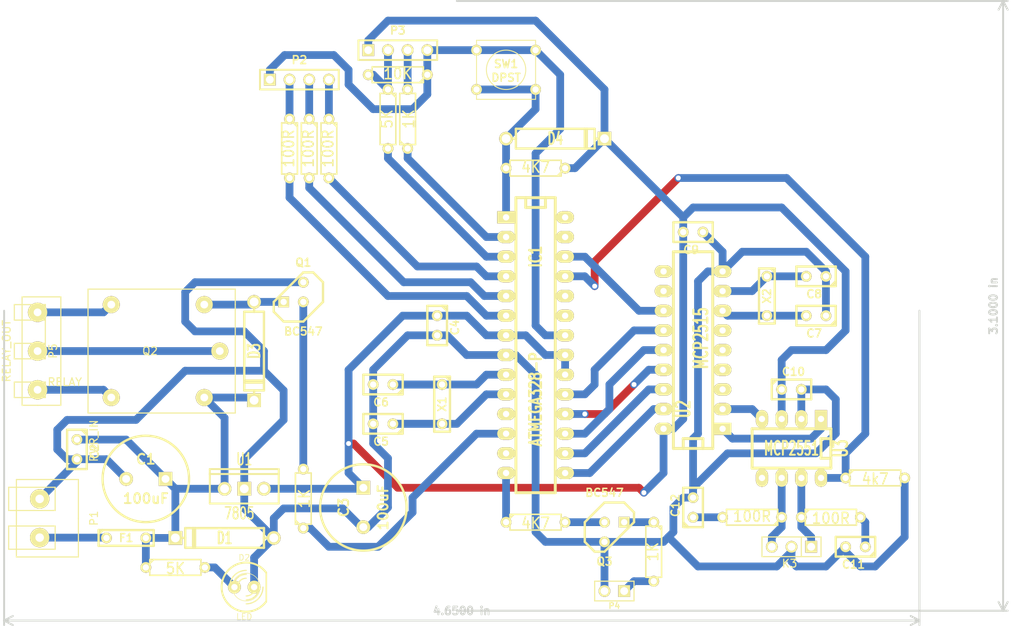
<source format=kicad_pcb>
(kicad_pcb (version 3) (host pcbnew "(2013-may-18)-stable")

  (general
    (links 100)
    (no_connects 1)
    (area 0 0 0 0)
    (thickness 1.6)
    (drawings 2)
    (tracks 287)
    (zones 0)
    (modules 47)
    (nets 44)
  )

  (page A3)
  (layers
    (15 F.Cu signal)
    (0 B.Cu signal)
    (16 B.Adhes user)
    (17 F.Adhes user)
    (18 B.Paste user)
    (19 F.Paste user)
    (20 B.SilkS user)
    (21 F.SilkS user)
    (22 B.Mask user)
    (23 F.Mask user)
    (24 Dwgs.User user)
    (25 Cmts.User user)
    (26 Eco1.User user)
    (27 Eco2.User user)
    (28 Edge.Cuts user)
  )

  (setup
    (last_trace_width 1)
    (user_trace_width 1)
    (trace_clearance 0.254)
    (zone_clearance 0.508)
    (zone_45_only no)
    (trace_min 0.254)
    (segment_width 0.2)
    (edge_width 0.15)
    (via_size 0.889)
    (via_drill 0.635)
    (via_min_size 0.889)
    (via_min_drill 0.508)
    (user_via 1.5 0.8)
    (uvia_size 0.508)
    (uvia_drill 0.127)
    (uvias_allowed no)
    (uvia_min_size 0.508)
    (uvia_min_drill 0.127)
    (pcb_text_width 0.3)
    (pcb_text_size 1 1)
    (mod_edge_width 0.15)
    (mod_text_size 1 1)
    (mod_text_width 0.15)
    (pad_size 2.5 2.5)
    (pad_drill 1)
    (pad_to_mask_clearance 0)
    (aux_axis_origin 0 0)
    (visible_elements FFFFFFBF)
    (pcbplotparams
      (layerselection 3178497)
      (usegerberextensions true)
      (excludeedgelayer true)
      (linewidth 0.150000)
      (plotframeref false)
      (viasonmask false)
      (mode 1)
      (useauxorigin false)
      (hpglpennumber 1)
      (hpglpenspeed 20)
      (hpglpendiameter 15)
      (hpglpenoverlay 2)
      (psnegative false)
      (psa4output false)
      (plotreference true)
      (plotvalue true)
      (plotothertext true)
      (plotinvisibletext false)
      (padsonsilk false)
      (subtractmaskfromsilk false)
      (outputformat 1)
      (mirror false)
      (drillshape 1)
      (scaleselection 1)
      (outputdirectory ""))
  )

  (net 0 "")
  (net 1 +12V)
  (net 2 +5V)
  (net 3 /CANBUS/RXCAN)
  (net 4 /CANBUS/TXCAN)
  (net 5 /MB_BUSY)
  (net 6 /MB_CLK)
  (net 7 /MB_DATA)
  (net 8 /RELAY_OUT)
  (net 9 /RESET)
  (net 10 /RTI_TX)
  (net 11 /RXD)
  (net 12 /TXD)
  (net 13 CAN_CS)
  (net 14 CAN_RESET)
  (net 15 CAN_STBY)
  (net 16 CAN_WAKE)
  (net 17 GND)
  (net 18 MISO)
  (net 19 MOSI)
  (net 20 N-000001)
  (net 21 N-0000010)
  (net 22 N-0000011)
  (net 23 N-0000012)
  (net 24 N-0000013)
  (net 25 N-0000014)
  (net 26 N-0000016)
  (net 27 N-000002)
  (net 28 N-0000027)
  (net 29 N-000003)
  (net 30 N-0000031)
  (net 31 N-0000032)
  (net 32 N-0000036)
  (net 33 N-0000037)
  (net 34 N-0000038)
  (net 35 N-0000039)
  (net 36 N-0000046)
  (net 37 N-0000054)
  (net 38 N-0000055)
  (net 39 N-0000056)
  (net 40 N-0000057)
  (net 41 N-0000058)
  (net 42 N-000006)
  (net 43 SCK)

  (net_class Default "This is the default net class."
    (clearance 0.254)
    (trace_width 0.254)
    (via_dia 0.889)
    (via_drill 0.635)
    (uvia_dia 0.508)
    (uvia_drill 0.127)
    (add_net "")
    (add_net +12V)
    (add_net +5V)
    (add_net /CANBUS/RXCAN)
    (add_net /CANBUS/TXCAN)
    (add_net /MB_BUSY)
    (add_net /MB_CLK)
    (add_net /MB_DATA)
    (add_net /RELAY_OUT)
    (add_net /RESET)
    (add_net /RTI_TX)
    (add_net /RXD)
    (add_net /TXD)
    (add_net CAN_CS)
    (add_net CAN_RESET)
    (add_net CAN_STBY)
    (add_net CAN_WAKE)
    (add_net GND)
    (add_net MISO)
    (add_net MOSI)
    (add_net N-000001)
    (add_net N-0000010)
    (add_net N-0000011)
    (add_net N-0000012)
    (add_net N-0000013)
    (add_net N-0000014)
    (add_net N-0000016)
    (add_net N-000002)
    (add_net N-0000027)
    (add_net N-000003)
    (add_net N-0000031)
    (add_net N-0000032)
    (add_net N-0000036)
    (add_net N-0000037)
    (add_net N-0000038)
    (add_net N-0000039)
    (add_net N-0000046)
    (add_net N-0000054)
    (add_net N-0000055)
    (add_net N-0000056)
    (add_net N-0000057)
    (add_net N-0000058)
    (add_net N-000006)
    (add_net SCK)
  )

  (module TO92 (layer F.Cu) (tedit 443CFFD1) (tstamp 52E01D7E)
    (at 90.678 71.882 180)
    (descr "Transistor TO92 brochage type BC237")
    (tags "TR TO92")
    (path /52DEE3E4)
    (fp_text reference Q1 (at -1.27 3.81 180) (layer F.SilkS)
      (effects (font (size 1.016 1.016) (thickness 0.2032)))
    )
    (fp_text value BC547 (at -1.27 -5.08 180) (layer F.SilkS)
      (effects (font (size 1.016 1.016) (thickness 0.2032)))
    )
    (fp_line (start -1.27 2.54) (end 2.54 -1.27) (layer F.SilkS) (width 0.3048))
    (fp_line (start 2.54 -1.27) (end 2.54 -2.54) (layer F.SilkS) (width 0.3048))
    (fp_line (start 2.54 -2.54) (end 1.27 -3.81) (layer F.SilkS) (width 0.3048))
    (fp_line (start 1.27 -3.81) (end -1.27 -3.81) (layer F.SilkS) (width 0.3048))
    (fp_line (start -1.27 -3.81) (end -3.81 -1.27) (layer F.SilkS) (width 0.3048))
    (fp_line (start -3.81 -1.27) (end -3.81 1.27) (layer F.SilkS) (width 0.3048))
    (fp_line (start -3.81 1.27) (end -2.54 2.54) (layer F.SilkS) (width 0.3048))
    (fp_line (start -2.54 2.54) (end -1.27 2.54) (layer F.SilkS) (width 0.3048))
    (pad 1 thru_hole rect (at 1.27 -1.27 180) (size 1.397 1.397) (drill 0.8128)
      (layers *.Cu *.Mask F.SilkS)
      (net 23 N-0000012)
    )
    (pad 2 thru_hole circle (at -1.27 -1.27 180) (size 1.397 1.397) (drill 0.8128)
      (layers *.Cu *.Mask F.SilkS)
      (net 24 N-0000013)
    )
    (pad 3 thru_hole circle (at -1.27 1.27 180) (size 1.397 1.397) (drill 0.8128)
      (layers *.Cu *.Mask F.SilkS)
      (net 17 GND)
    )
    (model discret/to98.wrl
      (at (xyz 0 0 0))
      (scale (xyz 1 1 1))
      (rotate (xyz 0 0 0))
    )
  )

  (module TO92 (layer F.Cu) (tedit 443CFFD1) (tstamp 52E01D8D)
    (at 132.08 102.87)
    (descr "Transistor TO92 brochage type BC237")
    (tags "TR TO92")
    (path /52DEDDBD)
    (fp_text reference Q3 (at -1.27 3.81) (layer F.SilkS)
      (effects (font (size 1.016 1.016) (thickness 0.2032)))
    )
    (fp_text value BC547 (at -1.27 -5.08) (layer F.SilkS)
      (effects (font (size 1.016 1.016) (thickness 0.2032)))
    )
    (fp_line (start -1.27 2.54) (end 2.54 -1.27) (layer F.SilkS) (width 0.3048))
    (fp_line (start 2.54 -1.27) (end 2.54 -2.54) (layer F.SilkS) (width 0.3048))
    (fp_line (start 2.54 -2.54) (end 1.27 -3.81) (layer F.SilkS) (width 0.3048))
    (fp_line (start 1.27 -3.81) (end -1.27 -3.81) (layer F.SilkS) (width 0.3048))
    (fp_line (start -1.27 -3.81) (end -3.81 -1.27) (layer F.SilkS) (width 0.3048))
    (fp_line (start -3.81 -1.27) (end -3.81 1.27) (layer F.SilkS) (width 0.3048))
    (fp_line (start -3.81 1.27) (end -2.54 2.54) (layer F.SilkS) (width 0.3048))
    (fp_line (start -2.54 2.54) (end -1.27 2.54) (layer F.SilkS) (width 0.3048))
    (pad 1 thru_hole rect (at 1.27 -1.27) (size 1.397 1.397) (drill 0.8128)
      (layers *.Cu *.Mask F.SilkS)
      (net 33 N-0000037)
    )
    (pad 2 thru_hole circle (at -1.27 -1.27) (size 1.397 1.397) (drill 0.8128)
      (layers *.Cu *.Mask F.SilkS)
      (net 32 N-0000036)
    )
    (pad 3 thru_hole circle (at -1.27 1.27) (size 1.397 1.397) (drill 0.8128)
      (layers *.Cu *.Mask F.SilkS)
      (net 17 GND)
    )
    (model discret/to98.wrl
      (at (xyz 0 0 0))
      (scale (xyz 1 1 1))
      (rotate (xyz 0 0 0))
    )
  )

  (module SCREW_TERM_2 (layer F.Cu) (tedit 52BF110A) (tstamp 52E01DDC)
    (at 58.928 101.092 270)
    (path /52DEE15C)
    (fp_text reference P1 (at 0 -6 270) (layer F.SilkS)
      (effects (font (size 1 1) (thickness 0.15)))
    )
    (fp_text value PWR_IN (at -10 -6 270) (layer F.SilkS)
      (effects (font (size 1 1) (thickness 0.15)))
    )
    (fp_line (start 1 -1) (end 1 5) (layer F.SilkS) (width 0.15))
    (fp_line (start 1 5) (end 4 5) (layer F.SilkS) (width 0.15))
    (fp_line (start 4 5) (end 4 -1) (layer F.SilkS) (width 0.15))
    (fp_line (start 4 -1) (end 1 -1) (layer F.SilkS) (width 0.15))
    (fp_line (start -4 -1) (end -4 5) (layer F.SilkS) (width 0.15))
    (fp_line (start -4 5) (end -1 5) (layer F.SilkS) (width 0.15))
    (fp_line (start -1 5) (end -1 -1) (layer F.SilkS) (width 0.15))
    (fp_line (start -1 -1) (end -4 -1) (layer F.SilkS) (width 0.15))
    (fp_line (start 0 -4) (end 5 -4) (layer F.SilkS) (width 0.15))
    (fp_line (start 5 -4) (end 5 4) (layer F.SilkS) (width 0.15))
    (fp_line (start 5 4) (end -5 4) (layer F.SilkS) (width 0.15))
    (fp_line (start -5 4) (end -5 -4) (layer F.SilkS) (width 0.15))
    (fp_line (start -5 -4) (end 0 -4) (layer F.SilkS) (width 0.15))
    (pad 1 thru_hole circle (at -2.5 1 270) (size 2.5 2.5) (drill 1.1)
      (layers *.Cu *.Mask F.SilkS)
      (net 17 GND)
    )
    (pad 2 thru_hole circle (at 2.5 1 270) (size 2.5 2.5) (drill 1.1)
      (layers *.Cu *.Mask F.SilkS)
      (net 21 N-0000010)
    )
  )

  (module R3 (layer F.Cu) (tedit 4E4C0E65) (tstamp 52E01E0B)
    (at 91.948 98.552 90)
    (descr "Resitance 3 pas")
    (tags R)
    (path /52DEE524)
    (autoplace_cost180 10)
    (fp_text reference R5 (at 0 0.127 90) (layer F.SilkS) hide
      (effects (font (size 1.397 1.27) (thickness 0.2032)))
    )
    (fp_text value 1K (at 0 0.127 90) (layer F.SilkS)
      (effects (font (size 1.397 1.27) (thickness 0.2032)))
    )
    (fp_line (start -3.81 0) (end -3.302 0) (layer F.SilkS) (width 0.2032))
    (fp_line (start 3.81 0) (end 3.302 0) (layer F.SilkS) (width 0.2032))
    (fp_line (start 3.302 0) (end 3.302 -1.016) (layer F.SilkS) (width 0.2032))
    (fp_line (start 3.302 -1.016) (end -3.302 -1.016) (layer F.SilkS) (width 0.2032))
    (fp_line (start -3.302 -1.016) (end -3.302 1.016) (layer F.SilkS) (width 0.2032))
    (fp_line (start -3.302 1.016) (end 3.302 1.016) (layer F.SilkS) (width 0.2032))
    (fp_line (start 3.302 1.016) (end 3.302 0) (layer F.SilkS) (width 0.2032))
    (fp_line (start -3.302 -0.508) (end -2.794 -1.016) (layer F.SilkS) (width 0.2032))
    (pad 1 thru_hole circle (at -3.81 0 90) (size 1.397 1.397) (drill 0.8128)
      (layers *.Cu *.Mask F.SilkS)
      (net 8 /RELAY_OUT)
    )
    (pad 2 thru_hole circle (at 3.81 0 90) (size 1.397 1.397) (drill 0.8128)
      (layers *.Cu *.Mask F.SilkS)
      (net 24 N-0000013)
    )
    (model discret/resistor.wrl
      (at (xyz 0 0 0))
      (scale (xyz 0.3 0.3 0.3))
      (rotate (xyz 0 0 0))
    )
  )

  (module R3 (layer F.Cu) (tedit 4E4C0E65) (tstamp 52E01E19)
    (at 137.16 105.41 270)
    (descr "Resitance 3 pas")
    (tags R)
    (path /52DEDE1D)
    (autoplace_cost180 10)
    (fp_text reference R14 (at 0 0.127 270) (layer F.SilkS) hide
      (effects (font (size 1.397 1.27) (thickness 0.2032)))
    )
    (fp_text value 1K (at 0 0.127 270) (layer F.SilkS)
      (effects (font (size 1.397 1.27) (thickness 0.2032)))
    )
    (fp_line (start -3.81 0) (end -3.302 0) (layer F.SilkS) (width 0.2032))
    (fp_line (start 3.81 0) (end 3.302 0) (layer F.SilkS) (width 0.2032))
    (fp_line (start 3.302 0) (end 3.302 -1.016) (layer F.SilkS) (width 0.2032))
    (fp_line (start 3.302 -1.016) (end -3.302 -1.016) (layer F.SilkS) (width 0.2032))
    (fp_line (start -3.302 -1.016) (end -3.302 1.016) (layer F.SilkS) (width 0.2032))
    (fp_line (start -3.302 1.016) (end 3.302 1.016) (layer F.SilkS) (width 0.2032))
    (fp_line (start 3.302 1.016) (end 3.302 0) (layer F.SilkS) (width 0.2032))
    (fp_line (start -3.302 -0.508) (end -2.794 -1.016) (layer F.SilkS) (width 0.2032))
    (pad 1 thru_hole circle (at -3.81 0 270) (size 1.397 1.397) (drill 0.8128)
      (layers *.Cu *.Mask F.SilkS)
      (net 33 N-0000037)
    )
    (pad 2 thru_hole circle (at 3.81 0 270) (size 1.397 1.397) (drill 0.8128)
      (layers *.Cu *.Mask F.SilkS)
      (net 22 N-0000011)
    )
    (model discret/resistor.wrl
      (at (xyz 0 0 0))
      (scale (xyz 0.3 0.3 0.3))
      (rotate (xyz 0 0 0))
    )
  )

  (module R3 (layer F.Cu) (tedit 4E4C0E65) (tstamp 52E01E27)
    (at 121.92 101.6)
    (descr "Resitance 3 pas")
    (tags R)
    (path /52DEDDCA)
    (autoplace_cost180 10)
    (fp_text reference R11 (at 0 0.127) (layer F.SilkS) hide
      (effects (font (size 1.397 1.27) (thickness 0.2032)))
    )
    (fp_text value 4K7 (at 0 0.127) (layer F.SilkS)
      (effects (font (size 1.397 1.27) (thickness 0.2032)))
    )
    (fp_line (start -3.81 0) (end -3.302 0) (layer F.SilkS) (width 0.2032))
    (fp_line (start 3.81 0) (end 3.302 0) (layer F.SilkS) (width 0.2032))
    (fp_line (start 3.302 0) (end 3.302 -1.016) (layer F.SilkS) (width 0.2032))
    (fp_line (start 3.302 -1.016) (end -3.302 -1.016) (layer F.SilkS) (width 0.2032))
    (fp_line (start -3.302 -1.016) (end -3.302 1.016) (layer F.SilkS) (width 0.2032))
    (fp_line (start -3.302 1.016) (end 3.302 1.016) (layer F.SilkS) (width 0.2032))
    (fp_line (start 3.302 1.016) (end 3.302 0) (layer F.SilkS) (width 0.2032))
    (fp_line (start -3.302 -0.508) (end -2.794 -1.016) (layer F.SilkS) (width 0.2032))
    (pad 1 thru_hole circle (at -3.81 0) (size 1.397 1.397) (drill 0.8128)
      (layers *.Cu *.Mask F.SilkS)
      (net 10 /RTI_TX)
    )
    (pad 2 thru_hole circle (at 3.81 0) (size 1.397 1.397) (drill 0.8128)
      (layers *.Cu *.Mask F.SilkS)
      (net 32 N-0000036)
    )
    (model discret/resistor.wrl
      (at (xyz 0 0 0))
      (scale (xyz 0.3 0.3 0.3))
      (rotate (xyz 0 0 0))
    )
  )

  (module R3 (layer F.Cu) (tedit 4E4C0E65) (tstamp 52E01E35)
    (at 104.14 43.815 180)
    (descr "Resitance 3 pas")
    (tags R)
    (path /52DEDB26)
    (autoplace_cost180 10)
    (fp_text reference R10 (at 0 0.127 180) (layer F.SilkS) hide
      (effects (font (size 1.397 1.27) (thickness 0.2032)))
    )
    (fp_text value 10K (at 0 0.127 180) (layer F.SilkS)
      (effects (font (size 1.397 1.27) (thickness 0.2032)))
    )
    (fp_line (start -3.81 0) (end -3.302 0) (layer F.SilkS) (width 0.2032))
    (fp_line (start 3.81 0) (end 3.302 0) (layer F.SilkS) (width 0.2032))
    (fp_line (start 3.302 0) (end 3.302 -1.016) (layer F.SilkS) (width 0.2032))
    (fp_line (start 3.302 -1.016) (end -3.302 -1.016) (layer F.SilkS) (width 0.2032))
    (fp_line (start -3.302 -1.016) (end -3.302 1.016) (layer F.SilkS) (width 0.2032))
    (fp_line (start -3.302 1.016) (end 3.302 1.016) (layer F.SilkS) (width 0.2032))
    (fp_line (start 3.302 1.016) (end 3.302 0) (layer F.SilkS) (width 0.2032))
    (fp_line (start -3.302 -0.508) (end -2.794 -1.016) (layer F.SilkS) (width 0.2032))
    (pad 1 thru_hole circle (at -3.81 0 180) (size 1.397 1.397) (drill 0.8128)
      (layers *.Cu *.Mask F.SilkS)
      (net 17 GND)
    )
    (pad 2 thru_hole circle (at 3.81 0 180) (size 1.397 1.397) (drill 0.8128)
      (layers *.Cu *.Mask F.SilkS)
      (net 26 N-0000016)
    )
    (model discret/resistor.wrl
      (at (xyz 0 0 0))
      (scale (xyz 0.3 0.3 0.3))
      (rotate (xyz 0 0 0))
    )
  )

  (module R3 (layer F.Cu) (tedit 4E4C0E65) (tstamp 52E01E43)
    (at 102.87 49.53 270)
    (descr "Resitance 3 pas")
    (tags R)
    (path /52DEDB1B)
    (autoplace_cost180 10)
    (fp_text reference R9 (at 0 0.127 270) (layer F.SilkS) hide
      (effects (font (size 1.397 1.27) (thickness 0.2032)))
    )
    (fp_text value 5K (at 0 0.127 270) (layer F.SilkS)
      (effects (font (size 1.397 1.27) (thickness 0.2032)))
    )
    (fp_line (start -3.81 0) (end -3.302 0) (layer F.SilkS) (width 0.2032))
    (fp_line (start 3.81 0) (end 3.302 0) (layer F.SilkS) (width 0.2032))
    (fp_line (start 3.302 0) (end 3.302 -1.016) (layer F.SilkS) (width 0.2032))
    (fp_line (start 3.302 -1.016) (end -3.302 -1.016) (layer F.SilkS) (width 0.2032))
    (fp_line (start -3.302 -1.016) (end -3.302 1.016) (layer F.SilkS) (width 0.2032))
    (fp_line (start -3.302 1.016) (end 3.302 1.016) (layer F.SilkS) (width 0.2032))
    (fp_line (start 3.302 1.016) (end 3.302 0) (layer F.SilkS) (width 0.2032))
    (fp_line (start -3.302 -0.508) (end -2.794 -1.016) (layer F.SilkS) (width 0.2032))
    (pad 1 thru_hole circle (at -3.81 0 270) (size 1.397 1.397) (drill 0.8128)
      (layers *.Cu *.Mask F.SilkS)
      (net 26 N-0000016)
    )
    (pad 2 thru_hole circle (at 3.81 0 270) (size 1.397 1.397) (drill 0.8128)
      (layers *.Cu *.Mask F.SilkS)
      (net 12 /TXD)
    )
    (model discret/resistor.wrl
      (at (xyz 0 0 0))
      (scale (xyz 0.3 0.3 0.3))
      (rotate (xyz 0 0 0))
    )
  )

  (module R3 (layer F.Cu) (tedit 4E4C0E65) (tstamp 52E01E51)
    (at 105.41 49.53 90)
    (descr "Resitance 3 pas")
    (tags R)
    (path /52DEDA84)
    (autoplace_cost180 10)
    (fp_text reference R13 (at 0 0.127 90) (layer F.SilkS) hide
      (effects (font (size 1.397 1.27) (thickness 0.2032)))
    )
    (fp_text value 1K (at 0 0.127 90) (layer F.SilkS)
      (effects (font (size 1.397 1.27) (thickness 0.2032)))
    )
    (fp_line (start -3.81 0) (end -3.302 0) (layer F.SilkS) (width 0.2032))
    (fp_line (start 3.81 0) (end 3.302 0) (layer F.SilkS) (width 0.2032))
    (fp_line (start 3.302 0) (end 3.302 -1.016) (layer F.SilkS) (width 0.2032))
    (fp_line (start 3.302 -1.016) (end -3.302 -1.016) (layer F.SilkS) (width 0.2032))
    (fp_line (start -3.302 -1.016) (end -3.302 1.016) (layer F.SilkS) (width 0.2032))
    (fp_line (start -3.302 1.016) (end 3.302 1.016) (layer F.SilkS) (width 0.2032))
    (fp_line (start 3.302 1.016) (end 3.302 0) (layer F.SilkS) (width 0.2032))
    (fp_line (start -3.302 -0.508) (end -2.794 -1.016) (layer F.SilkS) (width 0.2032))
    (pad 1 thru_hole circle (at -3.81 0 90) (size 1.397 1.397) (drill 0.8128)
      (layers *.Cu *.Mask F.SilkS)
      (net 11 /RXD)
    )
    (pad 2 thru_hole circle (at 3.81 0 90) (size 1.397 1.397) (drill 0.8128)
      (layers *.Cu *.Mask F.SilkS)
      (net 25 N-0000014)
    )
    (model discret/resistor.wrl
      (at (xyz 0 0 0))
      (scale (xyz 0.3 0.3 0.3))
      (rotate (xyz 0 0 0))
    )
  )

  (module R3 (layer F.Cu) (tedit 4E4C0E65) (tstamp 52E01E7B)
    (at 95.25 53.34 270)
    (descr "Resitance 3 pas")
    (tags R)
    (path /52E02126)
    (autoplace_cost180 10)
    (fp_text reference R2 (at 0 0.127 270) (layer F.SilkS) hide
      (effects (font (size 1.397 1.27) (thickness 0.2032)))
    )
    (fp_text value 100R (at 0 0.127 270) (layer F.SilkS)
      (effects (font (size 1.397 1.27) (thickness 0.2032)))
    )
    (fp_line (start -3.81 0) (end -3.302 0) (layer F.SilkS) (width 0.2032))
    (fp_line (start 3.81 0) (end 3.302 0) (layer F.SilkS) (width 0.2032))
    (fp_line (start 3.302 0) (end 3.302 -1.016) (layer F.SilkS) (width 0.2032))
    (fp_line (start 3.302 -1.016) (end -3.302 -1.016) (layer F.SilkS) (width 0.2032))
    (fp_line (start -3.302 -1.016) (end -3.302 1.016) (layer F.SilkS) (width 0.2032))
    (fp_line (start -3.302 1.016) (end 3.302 1.016) (layer F.SilkS) (width 0.2032))
    (fp_line (start 3.302 1.016) (end 3.302 0) (layer F.SilkS) (width 0.2032))
    (fp_line (start -3.302 -0.508) (end -2.794 -1.016) (layer F.SilkS) (width 0.2032))
    (pad 1 thru_hole circle (at -3.81 0 270) (size 1.397 1.397) (drill 0.8128)
      (layers *.Cu *.Mask F.SilkS)
      (net 31 N-0000032)
    )
    (pad 2 thru_hole circle (at 3.81 0 270) (size 1.397 1.397) (drill 0.8128)
      (layers *.Cu *.Mask F.SilkS)
      (net 6 /MB_CLK)
    )
    (model discret/resistor.wrl
      (at (xyz 0 0 0))
      (scale (xyz 0.3 0.3 0.3))
      (rotate (xyz 0 0 0))
    )
  )

  (module R3 (layer F.Cu) (tedit 4E4C0E65) (tstamp 52E01E89)
    (at 92.71 53.34 270)
    (descr "Resitance 3 pas")
    (tags R)
    (path /52E02148)
    (autoplace_cost180 10)
    (fp_text reference R4 (at 0 0.127 270) (layer F.SilkS) hide
      (effects (font (size 1.397 1.27) (thickness 0.2032)))
    )
    (fp_text value 100R (at 0 0.127 270) (layer F.SilkS)
      (effects (font (size 1.397 1.27) (thickness 0.2032)))
    )
    (fp_line (start -3.81 0) (end -3.302 0) (layer F.SilkS) (width 0.2032))
    (fp_line (start 3.81 0) (end 3.302 0) (layer F.SilkS) (width 0.2032))
    (fp_line (start 3.302 0) (end 3.302 -1.016) (layer F.SilkS) (width 0.2032))
    (fp_line (start 3.302 -1.016) (end -3.302 -1.016) (layer F.SilkS) (width 0.2032))
    (fp_line (start -3.302 -1.016) (end -3.302 1.016) (layer F.SilkS) (width 0.2032))
    (fp_line (start -3.302 1.016) (end 3.302 1.016) (layer F.SilkS) (width 0.2032))
    (fp_line (start 3.302 1.016) (end 3.302 0) (layer F.SilkS) (width 0.2032))
    (fp_line (start -3.302 -0.508) (end -2.794 -1.016) (layer F.SilkS) (width 0.2032))
    (pad 1 thru_hole circle (at -3.81 0 270) (size 1.397 1.397) (drill 0.8128)
      (layers *.Cu *.Mask F.SilkS)
      (net 30 N-0000031)
    )
    (pad 2 thru_hole circle (at 3.81 0 270) (size 1.397 1.397) (drill 0.8128)
      (layers *.Cu *.Mask F.SilkS)
      (net 7 /MB_DATA)
    )
    (model discret/resistor.wrl
      (at (xyz 0 0 0))
      (scale (xyz 0.3 0.3 0.3))
      (rotate (xyz 0 0 0))
    )
  )

  (module R3 (layer F.Cu) (tedit 4E4C0E65) (tstamp 52E01E97)
    (at 90.17 53.34 270)
    (descr "Resitance 3 pas")
    (tags R)
    (path /52E0214E)
    (autoplace_cost180 10)
    (fp_text reference R3 (at 0 0.127 270) (layer F.SilkS) hide
      (effects (font (size 1.397 1.27) (thickness 0.2032)))
    )
    (fp_text value 100R (at 0 0.127 270) (layer F.SilkS)
      (effects (font (size 1.397 1.27) (thickness 0.2032)))
    )
    (fp_line (start -3.81 0) (end -3.302 0) (layer F.SilkS) (width 0.2032))
    (fp_line (start 3.81 0) (end 3.302 0) (layer F.SilkS) (width 0.2032))
    (fp_line (start 3.302 0) (end 3.302 -1.016) (layer F.SilkS) (width 0.2032))
    (fp_line (start 3.302 -1.016) (end -3.302 -1.016) (layer F.SilkS) (width 0.2032))
    (fp_line (start -3.302 -1.016) (end -3.302 1.016) (layer F.SilkS) (width 0.2032))
    (fp_line (start -3.302 1.016) (end 3.302 1.016) (layer F.SilkS) (width 0.2032))
    (fp_line (start 3.302 1.016) (end 3.302 0) (layer F.SilkS) (width 0.2032))
    (fp_line (start -3.302 -0.508) (end -2.794 -1.016) (layer F.SilkS) (width 0.2032))
    (pad 1 thru_hole circle (at -3.81 0 270) (size 1.397 1.397) (drill 0.8128)
      (layers *.Cu *.Mask F.SilkS)
      (net 28 N-0000027)
    )
    (pad 2 thru_hole circle (at 3.81 0 270) (size 1.397 1.397) (drill 0.8128)
      (layers *.Cu *.Mask F.SilkS)
      (net 5 /MB_BUSY)
    )
    (model discret/resistor.wrl
      (at (xyz 0 0 0))
      (scale (xyz 0.3 0.3 0.3))
      (rotate (xyz 0 0 0))
    )
  )

  (module R3 (layer F.Cu) (tedit 4E4C0E65) (tstamp 52E01EA5)
    (at 75.438 107.442)
    (descr "Resitance 3 pas")
    (tags R)
    (path /52DEEB07)
    (autoplace_cost180 10)
    (fp_text reference R1 (at 0 0.127) (layer F.SilkS) hide
      (effects (font (size 1.397 1.27) (thickness 0.2032)))
    )
    (fp_text value 5K (at 0 0.127) (layer F.SilkS)
      (effects (font (size 1.397 1.27) (thickness 0.2032)))
    )
    (fp_line (start -3.81 0) (end -3.302 0) (layer F.SilkS) (width 0.2032))
    (fp_line (start 3.81 0) (end 3.302 0) (layer F.SilkS) (width 0.2032))
    (fp_line (start 3.302 0) (end 3.302 -1.016) (layer F.SilkS) (width 0.2032))
    (fp_line (start 3.302 -1.016) (end -3.302 -1.016) (layer F.SilkS) (width 0.2032))
    (fp_line (start -3.302 -1.016) (end -3.302 1.016) (layer F.SilkS) (width 0.2032))
    (fp_line (start -3.302 1.016) (end 3.302 1.016) (layer F.SilkS) (width 0.2032))
    (fp_line (start 3.302 1.016) (end 3.302 0) (layer F.SilkS) (width 0.2032))
    (fp_line (start -3.302 -0.508) (end -2.794 -1.016) (layer F.SilkS) (width 0.2032))
    (pad 1 thru_hole circle (at -3.81 0) (size 1.397 1.397) (drill 0.8128)
      (layers *.Cu *.Mask F.SilkS)
      (net 1 +12V)
    )
    (pad 2 thru_hole circle (at 3.81 0) (size 1.397 1.397) (drill 0.8128)
      (layers *.Cu *.Mask F.SilkS)
      (net 42 N-000006)
    )
    (model discret/resistor.wrl
      (at (xyz 0 0 0))
      (scale (xyz 0.3 0.3 0.3))
      (rotate (xyz 0 0 0))
    )
  )

  (module R3 (layer F.Cu) (tedit 4E4C0E65) (tstamp 52E01EB3)
    (at 121.92 55.88 180)
    (descr "Resitance 3 pas")
    (tags R)
    (path /52DED34D)
    (autoplace_cost180 10)
    (fp_text reference R12 (at 0 0.127 180) (layer F.SilkS) hide
      (effects (font (size 1.397 1.27) (thickness 0.2032)))
    )
    (fp_text value 4K7 (at 0 0.127 180) (layer F.SilkS)
      (effects (font (size 1.397 1.27) (thickness 0.2032)))
    )
    (fp_line (start -3.81 0) (end -3.302 0) (layer F.SilkS) (width 0.2032))
    (fp_line (start 3.81 0) (end 3.302 0) (layer F.SilkS) (width 0.2032))
    (fp_line (start 3.302 0) (end 3.302 -1.016) (layer F.SilkS) (width 0.2032))
    (fp_line (start 3.302 -1.016) (end -3.302 -1.016) (layer F.SilkS) (width 0.2032))
    (fp_line (start -3.302 -1.016) (end -3.302 1.016) (layer F.SilkS) (width 0.2032))
    (fp_line (start -3.302 1.016) (end 3.302 1.016) (layer F.SilkS) (width 0.2032))
    (fp_line (start 3.302 1.016) (end 3.302 0) (layer F.SilkS) (width 0.2032))
    (fp_line (start -3.302 -0.508) (end -2.794 -1.016) (layer F.SilkS) (width 0.2032))
    (pad 1 thru_hole circle (at -3.81 0 180) (size 1.397 1.397) (drill 0.8128)
      (layers *.Cu *.Mask F.SilkS)
      (net 2 +5V)
    )
    (pad 2 thru_hole circle (at 3.81 0 180) (size 1.397 1.397) (drill 0.8128)
      (layers *.Cu *.Mask F.SilkS)
      (net 9 /RESET)
    )
    (model discret/resistor.wrl
      (at (xyz 0 0 0))
      (scale (xyz 0.3 0.3 0.3))
      (rotate (xyz 0 0 0))
    )
  )

  (module R3 (layer F.Cu) (tedit 4E4C0E65) (tstamp 52E01EC1)
    (at 165.735 95.885)
    (descr "Resitance 3 pas")
    (tags R)
    (path /52DED70C/52E01AD2)
    (autoplace_cost180 10)
    (fp_text reference R15 (at 0 0.127) (layer F.SilkS) hide
      (effects (font (size 1.397 1.27) (thickness 0.2032)))
    )
    (fp_text value 4k7 (at 0 0.127) (layer F.SilkS)
      (effects (font (size 1.397 1.27) (thickness 0.2032)))
    )
    (fp_line (start -3.81 0) (end -3.302 0) (layer F.SilkS) (width 0.2032))
    (fp_line (start 3.81 0) (end 3.302 0) (layer F.SilkS) (width 0.2032))
    (fp_line (start 3.302 0) (end 3.302 -1.016) (layer F.SilkS) (width 0.2032))
    (fp_line (start 3.302 -1.016) (end -3.302 -1.016) (layer F.SilkS) (width 0.2032))
    (fp_line (start -3.302 -1.016) (end -3.302 1.016) (layer F.SilkS) (width 0.2032))
    (fp_line (start -3.302 1.016) (end 3.302 1.016) (layer F.SilkS) (width 0.2032))
    (fp_line (start 3.302 1.016) (end 3.302 0) (layer F.SilkS) (width 0.2032))
    (fp_line (start -3.302 -0.508) (end -2.794 -1.016) (layer F.SilkS) (width 0.2032))
    (pad 1 thru_hole circle (at -3.81 0) (size 1.397 1.397) (drill 0.8128)
      (layers *.Cu *.Mask F.SilkS)
      (net 15 CAN_STBY)
    )
    (pad 2 thru_hole circle (at 3.81 0) (size 1.397 1.397) (drill 0.8128)
      (layers *.Cu *.Mask F.SilkS)
      (net 17 GND)
    )
    (model discret/resistor.wrl
      (at (xyz 0 0 0))
      (scale (xyz 0.3 0.3 0.3))
      (rotate (xyz 0 0 0))
    )
  )

  (module R3 (layer F.Cu) (tedit 4E4C0E65) (tstamp 52E01ECF)
    (at 160.02 100.965)
    (descr "Resitance 3 pas")
    (tags R)
    (path /52DED70C/52E01B74)
    (autoplace_cost180 10)
    (fp_text reference R16 (at 0 0.127) (layer F.SilkS) hide
      (effects (font (size 1.397 1.27) (thickness 0.2032)))
    )
    (fp_text value 100R (at 0 0.127) (layer F.SilkS)
      (effects (font (size 1.397 1.27) (thickness 0.2032)))
    )
    (fp_line (start -3.81 0) (end -3.302 0) (layer F.SilkS) (width 0.2032))
    (fp_line (start 3.81 0) (end 3.302 0) (layer F.SilkS) (width 0.2032))
    (fp_line (start 3.302 0) (end 3.302 -1.016) (layer F.SilkS) (width 0.2032))
    (fp_line (start 3.302 -1.016) (end -3.302 -1.016) (layer F.SilkS) (width 0.2032))
    (fp_line (start -3.302 -1.016) (end -3.302 1.016) (layer F.SilkS) (width 0.2032))
    (fp_line (start -3.302 1.016) (end 3.302 1.016) (layer F.SilkS) (width 0.2032))
    (fp_line (start 3.302 1.016) (end 3.302 0) (layer F.SilkS) (width 0.2032))
    (fp_line (start -3.302 -0.508) (end -2.794 -1.016) (layer F.SilkS) (width 0.2032))
    (pad 1 thru_hole circle (at -3.81 0) (size 1.397 1.397) (drill 0.8128)
      (layers *.Cu *.Mask F.SilkS)
      (net 38 N-0000055)
    )
    (pad 2 thru_hole circle (at 3.81 0) (size 1.397 1.397) (drill 0.8128)
      (layers *.Cu *.Mask F.SilkS)
      (net 37 N-0000054)
    )
    (model discret/resistor.wrl
      (at (xyz 0 0 0))
      (scale (xyz 0.3 0.3 0.3))
      (rotate (xyz 0 0 0))
    )
  )

  (module R3 (layer F.Cu) (tedit 4E4C0E65) (tstamp 52E01EDD)
    (at 149.86 100.965 180)
    (descr "Resitance 3 pas")
    (tags R)
    (path /52DED70C/52E01B7A)
    (autoplace_cost180 10)
    (fp_text reference R17 (at 0 0.127 180) (layer F.SilkS) hide
      (effects (font (size 1.397 1.27) (thickness 0.2032)))
    )
    (fp_text value 100R (at 0 0.127 180) (layer F.SilkS)
      (effects (font (size 1.397 1.27) (thickness 0.2032)))
    )
    (fp_line (start -3.81 0) (end -3.302 0) (layer F.SilkS) (width 0.2032))
    (fp_line (start 3.81 0) (end 3.302 0) (layer F.SilkS) (width 0.2032))
    (fp_line (start 3.302 0) (end 3.302 -1.016) (layer F.SilkS) (width 0.2032))
    (fp_line (start 3.302 -1.016) (end -3.302 -1.016) (layer F.SilkS) (width 0.2032))
    (fp_line (start -3.302 -1.016) (end -3.302 1.016) (layer F.SilkS) (width 0.2032))
    (fp_line (start -3.302 1.016) (end 3.302 1.016) (layer F.SilkS) (width 0.2032))
    (fp_line (start 3.302 1.016) (end 3.302 0) (layer F.SilkS) (width 0.2032))
    (fp_line (start -3.302 -0.508) (end -2.794 -1.016) (layer F.SilkS) (width 0.2032))
    (pad 1 thru_hole circle (at -3.81 0 180) (size 1.397 1.397) (drill 0.8128)
      (layers *.Cu *.Mask F.SilkS)
      (net 39 N-0000056)
    )
    (pad 2 thru_hole circle (at 3.81 0 180) (size 1.397 1.397) (drill 0.8128)
      (layers *.Cu *.Mask F.SilkS)
      (net 36 N-0000046)
    )
    (model discret/resistor.wrl
      (at (xyz 0 0 0))
      (scale (xyz 0.3 0.3 0.3))
      (rotate (xyz 0 0 0))
    )
  )

  (module LM78XXV (layer F.Cu) (tedit 4C5EE157) (tstamp 52E01EEB)
    (at 84.328 97.282 90)
    (descr "Regulateur TO220 serie LM78xx")
    (tags "TR TO220")
    (path /52DED1D3)
    (fp_text reference U1 (at 3.81 0 180) (layer F.SilkS)
      (effects (font (size 1.524 1.016) (thickness 0.2032)))
    )
    (fp_text value 7805 (at -3.175 -0.635 180) (layer F.SilkS)
      (effects (font (size 1.524 1.016) (thickness 0.2032)))
    )
    (fp_line (start 1.905 -4.445) (end 2.54 -4.445) (layer F.SilkS) (width 0.254))
    (fp_line (start 2.54 -4.445) (end 2.54 4.445) (layer F.SilkS) (width 0.254))
    (fp_line (start 2.54 4.445) (end 1.905 4.445) (layer F.SilkS) (width 0.254))
    (fp_line (start -1.905 -4.445) (end 1.905 -4.445) (layer F.SilkS) (width 0.254))
    (fp_line (start 1.905 -4.445) (end 1.905 4.445) (layer F.SilkS) (width 0.254))
    (fp_line (start 1.905 4.445) (end -1.905 4.445) (layer F.SilkS) (width 0.254))
    (fp_line (start -1.905 4.445) (end -1.905 -4.445) (layer F.SilkS) (width 0.254))
    (pad VI thru_hole circle (at 0 -2.54 90) (size 1.778 1.778) (drill 1.143)
      (layers *.Cu *.Mask F.SilkS)
      (net 1 +12V)
    )
    (pad GND thru_hole rect (at 0 0 90) (size 1.778 1.778) (drill 1.143)
      (layers *.Cu *.Mask F.SilkS)
      (net 17 GND)
    )
    (pad VO thru_hole circle (at 0 2.54 90) (size 1.778 1.778) (drill 1.143)
      (layers *.Cu *.Mask F.SilkS)
      (net 2 +5V)
    )
  )

  (module LED-5MM (layer F.Cu) (tedit 50ADE86B) (tstamp 52E01EFA)
    (at 84.328 109.982)
    (descr "LED 5mm - Lead pitch 100mil (2,54mm)")
    (tags "LED led 5mm 5MM 100mil 2,54mm")
    (path /52DEEBA8)
    (fp_text reference D2 (at 0 -3.81) (layer F.SilkS)
      (effects (font (size 0.762 0.762) (thickness 0.0889)))
    )
    (fp_text value LED (at 0 3.81) (layer F.SilkS)
      (effects (font (size 0.762 0.762) (thickness 0.0889)))
    )
    (fp_line (start 2.8448 1.905) (end 2.8448 -1.905) (layer F.SilkS) (width 0.2032))
    (fp_circle (center 0.254 0) (end -1.016 1.27) (layer F.SilkS) (width 0.0762))
    (fp_arc (start 0.254 0) (end 2.794 1.905) (angle 286.2) (layer F.SilkS) (width 0.254))
    (fp_arc (start 0.254 0) (end -0.889 0) (angle 90) (layer F.SilkS) (width 0.1524))
    (fp_arc (start 0.254 0) (end 1.397 0) (angle 90) (layer F.SilkS) (width 0.1524))
    (fp_arc (start 0.254 0) (end -1.397 0) (angle 90) (layer F.SilkS) (width 0.1524))
    (fp_arc (start 0.254 0) (end 1.905 0) (angle 90) (layer F.SilkS) (width 0.1524))
    (fp_arc (start 0.254 0) (end -1.905 0) (angle 90) (layer F.SilkS) (width 0.1524))
    (fp_arc (start 0.254 0) (end 2.413 0) (angle 90) (layer F.SilkS) (width 0.1524))
    (pad 1 thru_hole circle (at -1.27 0) (size 1.6764 1.6764) (drill 0.8128)
      (layers *.Cu *.Mask F.SilkS)
      (net 42 N-000006)
    )
    (pad 2 thru_hole circle (at 1.27 0) (size 1.6764 1.6764) (drill 0.8128)
      (layers *.Cu *.Mask F.SilkS)
      (net 17 GND)
    )
    (model discret/leds/led5_vertical_verde.wrl
      (at (xyz 0 0 0))
      (scale (xyz 1 1 1))
      (rotate (xyz 0 0 0))
    )
  )

  (module FINDER_RELAY (layer F.Cu) (tedit 52BF1B2D) (tstamp 52E01F0B)
    (at 74.168 79.502 180)
    (path /52DEE36D)
    (fp_text reference Q2 (at 2 0 180) (layer F.SilkS)
      (effects (font (size 1 1) (thickness 0.15)))
    )
    (fp_text value RELAY (at 13 -4 180) (layer F.SilkS)
      (effects (font (size 1 1) (thickness 0.15)))
    )
    (fp_line (start 10 6) (end 10 8) (layer F.SilkS) (width 0.15))
    (fp_line (start 10 8) (end -9 8) (layer F.SilkS) (width 0.15))
    (fp_line (start -9 8) (end -9 6) (layer F.SilkS) (width 0.15))
    (fp_line (start 10 -6) (end 10 -8) (layer F.SilkS) (width 0.15))
    (fp_line (start 10 -8) (end -9 -8) (layer F.SilkS) (width 0.15))
    (fp_line (start -9 -8) (end -9 -6) (layer F.SilkS) (width 0.15))
    (fp_line (start 10 -6) (end 10 6) (layer F.SilkS) (width 0.15))
    (fp_line (start -9 6) (end -9 -6) (layer F.SilkS) (width 0.15))
    (pad 3 thru_hole circle (at -7 0 180) (size 2.2 2.2) (drill 1)
      (layers *.Cu *.Mask F.SilkS)
      (net 27 N-000002)
    )
    (pad 1 thru_hole circle (at -5 -6 180) (size 2.2 2.2) (drill 1)
      (layers *.Cu *.Mask F.SilkS)
      (net 1 +12V)
    )
    (pad 2 thru_hole circle (at -5 6 180) (size 2.2 2.2) (drill 1)
      (layers *.Cu *.Mask F.SilkS)
      (net 23 N-0000012)
    )
    (pad 4 thru_hole circle (at 7 6 180) (size 2.2 2.2) (drill 1)
      (layers *.Cu *.Mask F.SilkS)
      (net 29 N-000003)
    )
    (pad 5 thru_hole circle (at 7 -6 180) (size 2.2 2.2) (drill 1)
      (layers *.Cu *.Mask F.SilkS)
      (net 20 N-000001)
    )
  )

  (module DIP-8__300_ELL (layer F.Cu) (tedit 200000) (tstamp 52E01F1E)
    (at 154.94 92.075 180)
    (descr "8 pins DIL package, elliptical pads")
    (tags DIL)
    (path /52DED70C/52DEF2AB)
    (fp_text reference U3 (at -6.35 0 270) (layer F.SilkS)
      (effects (font (size 1.778 1.143) (thickness 0.3048)))
    )
    (fp_text value MCP2551 (at 0 0 180) (layer F.SilkS)
      (effects (font (size 1.778 1.016) (thickness 0.3048)))
    )
    (fp_line (start -5.08 -1.27) (end -3.81 -1.27) (layer F.SilkS) (width 0.381))
    (fp_line (start -3.81 -1.27) (end -3.81 1.27) (layer F.SilkS) (width 0.381))
    (fp_line (start -3.81 1.27) (end -5.08 1.27) (layer F.SilkS) (width 0.381))
    (fp_line (start -5.08 -2.54) (end 5.08 -2.54) (layer F.SilkS) (width 0.381))
    (fp_line (start 5.08 -2.54) (end 5.08 2.54) (layer F.SilkS) (width 0.381))
    (fp_line (start 5.08 2.54) (end -5.08 2.54) (layer F.SilkS) (width 0.381))
    (fp_line (start -5.08 2.54) (end -5.08 -2.54) (layer F.SilkS) (width 0.381))
    (pad 1 thru_hole rect (at -3.81 3.81 180) (size 1.5748 2.286) (drill 0.8128)
      (layers *.Cu *.Mask F.SilkS)
      (net 4 /CANBUS/TXCAN)
    )
    (pad 2 thru_hole oval (at -1.27 3.81 180) (size 1.5748 2.286) (drill 0.8128)
      (layers *.Cu *.Mask F.SilkS)
      (net 17 GND)
    )
    (pad 3 thru_hole oval (at 1.27 3.81 180) (size 1.5748 2.286) (drill 0.8128)
      (layers *.Cu *.Mask F.SilkS)
      (net 2 +5V)
    )
    (pad 4 thru_hole oval (at 3.81 3.81 180) (size 1.5748 2.286) (drill 0.8128)
      (layers *.Cu *.Mask F.SilkS)
      (net 3 /CANBUS/RXCAN)
    )
    (pad 5 thru_hole oval (at 3.81 -3.81 180) (size 1.5748 2.286) (drill 0.8128)
      (layers *.Cu *.Mask F.SilkS)
    )
    (pad 6 thru_hole oval (at 1.27 -3.81 180) (size 1.5748 2.286) (drill 0.8128)
      (layers *.Cu *.Mask F.SilkS)
      (net 39 N-0000056)
    )
    (pad 7 thru_hole oval (at -1.27 -3.81 180) (size 1.5748 2.286) (drill 0.8128)
      (layers *.Cu *.Mask F.SilkS)
      (net 38 N-0000055)
    )
    (pad 8 thru_hole oval (at -3.81 -3.81 180) (size 1.5748 2.286) (drill 0.8128)
      (layers *.Cu *.Mask F.SilkS)
      (net 15 CAN_STBY)
    )
    (model dil/dil_8.wrl
      (at (xyz 0 0 0))
      (scale (xyz 1 1 1))
      (rotate (xyz 0 0 0))
    )
  )

  (module DIP-28__300_ELL (layer F.Cu) (tedit 200000) (tstamp 52E01F45)
    (at 121.92 78.74 270)
    (descr "28 pins DIL package, elliptical pads, width 300mil")
    (tags DIL)
    (path /52DED1B5)
    (fp_text reference IC1 (at -11.43 0 270) (layer F.SilkS)
      (effects (font (size 1.524 1.143) (thickness 0.3048)))
    )
    (fp_text value ATMEGA328-P (at 6.985 0 270) (layer F.SilkS)
      (effects (font (size 1.524 1.143) (thickness 0.3048)))
    )
    (fp_line (start -19.05 -2.54) (end 19.05 -2.54) (layer F.SilkS) (width 0.381))
    (fp_line (start 19.05 -2.54) (end 19.05 2.54) (layer F.SilkS) (width 0.381))
    (fp_line (start 19.05 2.54) (end -19.05 2.54) (layer F.SilkS) (width 0.381))
    (fp_line (start -19.05 2.54) (end -19.05 -2.54) (layer F.SilkS) (width 0.381))
    (fp_line (start -19.05 -1.27) (end -17.78 -1.27) (layer F.SilkS) (width 0.381))
    (fp_line (start -17.78 -1.27) (end -17.78 1.27) (layer F.SilkS) (width 0.381))
    (fp_line (start -17.78 1.27) (end -19.05 1.27) (layer F.SilkS) (width 0.381))
    (pad 2 thru_hole oval (at -13.97 3.81 270) (size 1.5748 2.286) (drill 0.8128)
      (layers *.Cu *.Mask F.SilkS)
      (net 11 /RXD)
    )
    (pad 3 thru_hole oval (at -11.43 3.81 270) (size 1.5748 2.286) (drill 0.8128)
      (layers *.Cu *.Mask F.SilkS)
      (net 12 /TXD)
    )
    (pad 4 thru_hole oval (at -8.89 3.81 270) (size 1.5748 2.286) (drill 0.8128)
      (layers *.Cu *.Mask F.SilkS)
      (net 6 /MB_CLK)
    )
    (pad 5 thru_hole oval (at -6.35 3.81 270) (size 1.5748 2.286) (drill 0.8128)
      (layers *.Cu *.Mask F.SilkS)
      (net 7 /MB_DATA)
    )
    (pad 6 thru_hole oval (at -3.81 3.81 270) (size 1.5748 2.286) (drill 0.8128)
      (layers *.Cu *.Mask F.SilkS)
      (net 5 /MB_BUSY)
    )
    (pad 7 thru_hole oval (at -1.27 3.81 270) (size 1.5748 2.286) (drill 0.8128)
      (layers *.Cu *.Mask F.SilkS)
      (net 2 +5V)
    )
    (pad 8 thru_hole oval (at 1.27 3.81 270) (size 1.5748 2.286) (drill 0.8128)
      (layers *.Cu *.Mask F.SilkS)
      (net 17 GND)
    )
    (pad 9 thru_hole oval (at 3.81 3.81 270) (size 1.5748 2.286) (drill 0.8128)
      (layers *.Cu *.Mask F.SilkS)
      (net 34 N-0000038)
    )
    (pad 10 thru_hole oval (at 6.35 3.81 270) (size 1.5748 2.286) (drill 0.8128)
      (layers *.Cu *.Mask F.SilkS)
      (net 35 N-0000039)
    )
    (pad 11 thru_hole oval (at 8.89 3.81 270) (size 1.5748 2.286) (drill 0.8128)
      (layers *.Cu *.Mask F.SilkS)
    )
    (pad 12 thru_hole oval (at 11.43 3.81 270) (size 1.5748 2.286) (drill 0.8128)
      (layers *.Cu *.Mask F.SilkS)
      (net 8 /RELAY_OUT)
    )
    (pad 13 thru_hole oval (at 13.97 3.81 270) (size 1.5748 2.286) (drill 0.8128)
      (layers *.Cu *.Mask F.SilkS)
    )
    (pad 14 thru_hole oval (at 16.51 3.81 270) (size 1.5748 2.286) (drill 0.8128)
      (layers *.Cu *.Mask F.SilkS)
      (net 10 /RTI_TX)
    )
    (pad 1 thru_hole rect (at -16.51 3.81 270) (size 1.5748 2.286) (drill 0.8128)
      (layers *.Cu *.Mask F.SilkS)
      (net 9 /RESET)
    )
    (pad 15 thru_hole oval (at 16.51 -3.81 270) (size 1.5748 2.286) (drill 0.8128)
      (layers *.Cu *.Mask F.SilkS)
      (net 14 CAN_RESET)
    )
    (pad 16 thru_hole oval (at 13.97 -3.81 270) (size 1.5748 2.286) (drill 0.8128)
      (layers *.Cu *.Mask F.SilkS)
      (net 13 CAN_CS)
    )
    (pad 17 thru_hole oval (at 11.43 -3.81 270) (size 1.5748 2.286) (drill 0.8128)
      (layers *.Cu *.Mask F.SilkS)
      (net 19 MOSI)
    )
    (pad 18 thru_hole oval (at 8.89 -3.81 270) (size 1.5748 2.286) (drill 0.8128)
      (layers *.Cu *.Mask F.SilkS)
      (net 18 MISO)
    )
    (pad 19 thru_hole oval (at 6.35 -3.81 270) (size 1.5748 2.286) (drill 0.8128)
      (layers *.Cu *.Mask F.SilkS)
      (net 43 SCK)
    )
    (pad 20 thru_hole oval (at 3.81 -3.81 270) (size 1.5748 2.286) (drill 0.8128)
      (layers *.Cu *.Mask F.SilkS)
      (net 2 +5V)
    )
    (pad 21 thru_hole oval (at 1.27 -3.81 270) (size 1.5748 2.286) (drill 0.8128)
      (layers *.Cu *.Mask F.SilkS)
      (net 2 +5V)
    )
    (pad 22 thru_hole oval (at -1.27 -3.81 270) (size 1.5748 2.286) (drill 0.8128)
      (layers *.Cu *.Mask F.SilkS)
      (net 17 GND)
    )
    (pad 23 thru_hole oval (at -3.81 -3.81 270) (size 1.5748 2.286) (drill 0.8128)
      (layers *.Cu *.Mask F.SilkS)
    )
    (pad 24 thru_hole oval (at -6.35 -3.81 270) (size 1.5748 2.286) (drill 0.8128)
      (layers *.Cu *.Mask F.SilkS)
    )
    (pad 25 thru_hole oval (at -8.89 -3.81 270) (size 1.5748 2.286) (drill 0.8128)
      (layers *.Cu *.Mask F.SilkS)
      (net 15 CAN_STBY)
    )
    (pad 26 thru_hole oval (at -11.43 -3.81 270) (size 1.5748 2.286) (drill 0.8128)
      (layers *.Cu *.Mask F.SilkS)
      (net 16 CAN_WAKE)
    )
    (pad 27 thru_hole oval (at -13.97 -3.81 270) (size 1.5748 2.286) (drill 0.8128)
      (layers *.Cu *.Mask F.SilkS)
    )
    (pad 28 thru_hole oval (at -16.51 -3.81 270) (size 1.5748 2.286) (drill 0.8128)
      (layers *.Cu *.Mask F.SilkS)
    )
    (model dil/dil_28-w300.wrl
      (at (xyz 0 0 0))
      (scale (xyz 1 1 1))
      (rotate (xyz 0 0 0))
    )
  )

  (module DIP-18__300_ELL (layer F.Cu) (tedit 200000) (tstamp 52E01F62)
    (at 142.24 79.375 90)
    (descr "18 pins DIL package, elliptical pads")
    (path /52DED70C/52DEF29C)
    (fp_text reference U2 (at -7.62 -1.27 90) (layer F.SilkS)
      (effects (font (size 1.778 1.143) (thickness 0.3048)))
    )
    (fp_text value MCP2515 (at 1.524 1.016 90) (layer F.SilkS)
      (effects (font (size 1.778 1.143) (thickness 0.3048)))
    )
    (fp_line (start -12.7 -1.27) (end -11.43 -1.27) (layer F.SilkS) (width 0.381))
    (fp_line (start -11.43 -1.27) (end -11.43 1.27) (layer F.SilkS) (width 0.381))
    (fp_line (start -11.43 1.27) (end -12.7 1.27) (layer F.SilkS) (width 0.381))
    (fp_line (start -12.7 -2.54) (end 12.7 -2.54) (layer F.SilkS) (width 0.381))
    (fp_line (start 12.7 -2.54) (end 12.7 2.54) (layer F.SilkS) (width 0.381))
    (fp_line (start 12.7 2.54) (end -12.7 2.54) (layer F.SilkS) (width 0.381))
    (fp_line (start -12.7 2.54) (end -12.7 -2.54) (layer F.SilkS) (width 0.381))
    (pad 1 thru_hole rect (at -10.16 3.81 90) (size 1.5748 2.286) (drill 0.8128)
      (layers *.Cu *.Mask F.SilkS)
      (net 4 /CANBUS/TXCAN)
    )
    (pad 2 thru_hole oval (at -7.62 3.81 90) (size 1.5748 2.286) (drill 0.8128)
      (layers *.Cu *.Mask F.SilkS)
      (net 3 /CANBUS/RXCAN)
    )
    (pad 3 thru_hole oval (at -5.08 3.81 90) (size 1.5748 2.286) (drill 0.8128)
      (layers *.Cu *.Mask F.SilkS)
    )
    (pad 4 thru_hole oval (at -2.54 3.81 90) (size 1.5748 2.286) (drill 0.8128)
      (layers *.Cu *.Mask F.SilkS)
    )
    (pad 5 thru_hole oval (at 0 3.81 90) (size 1.5748 2.286) (drill 0.8128)
      (layers *.Cu *.Mask F.SilkS)
    )
    (pad 6 thru_hole oval (at 2.54 3.81 90) (size 1.5748 2.286) (drill 0.8128)
      (layers *.Cu *.Mask F.SilkS)
    )
    (pad 7 thru_hole oval (at 5.08 3.81 90) (size 1.5748 2.286) (drill 0.8128)
      (layers *.Cu *.Mask F.SilkS)
      (net 41 N-0000058)
    )
    (pad 8 thru_hole oval (at 7.62 3.81 90) (size 1.5748 2.286) (drill 0.8128)
      (layers *.Cu *.Mask F.SilkS)
      (net 40 N-0000057)
    )
    (pad 9 thru_hole oval (at 10.16 3.81 90) (size 1.5748 2.286) (drill 0.8128)
      (layers *.Cu *.Mask F.SilkS)
      (net 17 GND)
    )
    (pad 10 thru_hole oval (at 10.16 -3.81 90) (size 1.5748 2.286) (drill 0.8128)
      (layers *.Cu *.Mask F.SilkS)
    )
    (pad 11 thru_hole oval (at 7.62 -3.81 90) (size 1.5748 2.286) (drill 0.8128)
      (layers *.Cu *.Mask F.SilkS)
    )
    (pad 12 thru_hole oval (at 5.08 -3.81 90) (size 1.5748 2.286) (drill 0.8128)
      (layers *.Cu *.Mask F.SilkS)
      (net 16 CAN_WAKE)
    )
    (pad 13 thru_hole oval (at 2.54 -3.81 90) (size 1.5748 2.286) (drill 0.8128)
      (layers *.Cu *.Mask F.SilkS)
      (net 43 SCK)
    )
    (pad 14 thru_hole oval (at 0 -3.81 90) (size 1.5748 2.286) (drill 0.8128)
      (layers *.Cu *.Mask F.SilkS)
      (net 19 MOSI)
    )
    (pad 15 thru_hole oval (at -2.54 -3.81 90) (size 1.5748 2.286) (drill 0.8128)
      (layers *.Cu *.Mask F.SilkS)
      (net 18 MISO)
    )
    (pad 16 thru_hole oval (at -5.08 -3.81 90) (size 1.5748 2.286) (drill 0.8128)
      (layers *.Cu *.Mask F.SilkS)
      (net 13 CAN_CS)
    )
    (pad 17 thru_hole oval (at -7.62 -3.81 90) (size 1.5748 2.286) (drill 0.8128)
      (layers *.Cu *.Mask F.SilkS)
      (net 14 CAN_RESET)
    )
    (pad 18 thru_hole oval (at -10.16 -3.81 90) (size 1.5748 2.286) (drill 0.8128)
      (layers *.Cu *.Mask F.SilkS)
      (net 2 +5V)
    )
    (model dil/dil_18.wrl
      (at (xyz 0 0 0))
      (scale (xyz 1 1 1))
      (rotate (xyz 0 0 0))
    )
  )

  (module D5 (layer F.Cu) (tedit 200000) (tstamp 52E01F72)
    (at 81.788 103.632 180)
    (descr "Diode 5 pas")
    (tags "DIODE DEV")
    (path /52E01469)
    (fp_text reference D1 (at 0 0 180) (layer F.SilkS)
      (effects (font (size 1.524 1.016) (thickness 0.3048)))
    )
    (fp_text value DIODE (at -0.254 0 180) (layer F.SilkS) hide
      (effects (font (size 1.524 1.016) (thickness 0.3048)))
    )
    (fp_line (start 6.35 0) (end 5.08 0) (layer F.SilkS) (width 0.3048))
    (fp_line (start 5.08 0) (end 5.08 -1.27) (layer F.SilkS) (width 0.3048))
    (fp_line (start 5.08 -1.27) (end -5.08 -1.27) (layer F.SilkS) (width 0.3048))
    (fp_line (start -5.08 -1.27) (end -5.08 0) (layer F.SilkS) (width 0.3048))
    (fp_line (start -5.08 0) (end -6.35 0) (layer F.SilkS) (width 0.3048))
    (fp_line (start -5.08 0) (end -5.08 1.27) (layer F.SilkS) (width 0.3048))
    (fp_line (start -5.08 1.27) (end 5.08 1.27) (layer F.SilkS) (width 0.3048))
    (fp_line (start 5.08 1.27) (end 5.08 0) (layer F.SilkS) (width 0.3048))
    (fp_line (start 3.81 -1.27) (end 3.81 1.27) (layer F.SilkS) (width 0.3048))
    (fp_line (start 4.064 -1.27) (end 4.064 1.27) (layer F.SilkS) (width 0.3048))
    (pad 1 thru_hole circle (at -6.35 0 180) (size 1.778 1.778) (drill 1.143)
      (layers *.Cu *.Mask F.SilkS)
      (net 17 GND)
    )
    (pad 2 thru_hole rect (at 6.35 0 180) (size 1.778 1.778) (drill 1.143)
      (layers *.Cu *.Mask F.SilkS)
      (net 1 +12V)
    )
    (model discret/diode.wrl
      (at (xyz 0 0 0))
      (scale (xyz 0.5 0.5 0.5))
      (rotate (xyz 0 0 0))
    )
  )

  (module D5 (layer F.Cu) (tedit 200000) (tstamp 52E01F82)
    (at 85.598 79.502 270)
    (descr "Diode 5 pas")
    (tags "DIODE DEV")
    (path /52DEE98F)
    (fp_text reference D3 (at 0 0 270) (layer F.SilkS)
      (effects (font (size 1.524 1.016) (thickness 0.3048)))
    )
    (fp_text value DIODE (at -0.254 0 270) (layer F.SilkS) hide
      (effects (font (size 1.524 1.016) (thickness 0.3048)))
    )
    (fp_line (start 6.35 0) (end 5.08 0) (layer F.SilkS) (width 0.3048))
    (fp_line (start 5.08 0) (end 5.08 -1.27) (layer F.SilkS) (width 0.3048))
    (fp_line (start 5.08 -1.27) (end -5.08 -1.27) (layer F.SilkS) (width 0.3048))
    (fp_line (start -5.08 -1.27) (end -5.08 0) (layer F.SilkS) (width 0.3048))
    (fp_line (start -5.08 0) (end -6.35 0) (layer F.SilkS) (width 0.3048))
    (fp_line (start -5.08 0) (end -5.08 1.27) (layer F.SilkS) (width 0.3048))
    (fp_line (start -5.08 1.27) (end 5.08 1.27) (layer F.SilkS) (width 0.3048))
    (fp_line (start 5.08 1.27) (end 5.08 0) (layer F.SilkS) (width 0.3048))
    (fp_line (start 3.81 -1.27) (end 3.81 1.27) (layer F.SilkS) (width 0.3048))
    (fp_line (start 4.064 -1.27) (end 4.064 1.27) (layer F.SilkS) (width 0.3048))
    (pad 1 thru_hole circle (at -6.35 0 270) (size 1.778 1.778) (drill 1.143)
      (layers *.Cu *.Mask F.SilkS)
      (net 23 N-0000012)
    )
    (pad 2 thru_hole rect (at 6.35 0 270) (size 1.778 1.778) (drill 1.143)
      (layers *.Cu *.Mask F.SilkS)
      (net 1 +12V)
    )
    (model discret/diode.wrl
      (at (xyz 0 0 0))
      (scale (xyz 0.5 0.5 0.5))
      (rotate (xyz 0 0 0))
    )
  )

  (module D5 (layer F.Cu) (tedit 200000) (tstamp 52E01F92)
    (at 124.46 52.07)
    (descr "Diode 5 pas")
    (tags "DIODE DEV")
    (path /52DED375)
    (fp_text reference D4 (at 0 0) (layer F.SilkS)
      (effects (font (size 1.524 1.016) (thickness 0.3048)))
    )
    (fp_text value DIODE (at -0.254 0) (layer F.SilkS) hide
      (effects (font (size 1.524 1.016) (thickness 0.3048)))
    )
    (fp_line (start 6.35 0) (end 5.08 0) (layer F.SilkS) (width 0.3048))
    (fp_line (start 5.08 0) (end 5.08 -1.27) (layer F.SilkS) (width 0.3048))
    (fp_line (start 5.08 -1.27) (end -5.08 -1.27) (layer F.SilkS) (width 0.3048))
    (fp_line (start -5.08 -1.27) (end -5.08 0) (layer F.SilkS) (width 0.3048))
    (fp_line (start -5.08 0) (end -6.35 0) (layer F.SilkS) (width 0.3048))
    (fp_line (start -5.08 0) (end -5.08 1.27) (layer F.SilkS) (width 0.3048))
    (fp_line (start -5.08 1.27) (end 5.08 1.27) (layer F.SilkS) (width 0.3048))
    (fp_line (start 5.08 1.27) (end 5.08 0) (layer F.SilkS) (width 0.3048))
    (fp_line (start 3.81 -1.27) (end 3.81 1.27) (layer F.SilkS) (width 0.3048))
    (fp_line (start 4.064 -1.27) (end 4.064 1.27) (layer F.SilkS) (width 0.3048))
    (pad 1 thru_hole circle (at -6.35 0) (size 1.778 1.778) (drill 1.143)
      (layers *.Cu *.Mask F.SilkS)
      (net 9 /RESET)
    )
    (pad 2 thru_hole rect (at 6.35 0) (size 1.778 1.778) (drill 1.143)
      (layers *.Cu *.Mask F.SilkS)
      (net 2 +5V)
    )
    (model discret/diode.wrl
      (at (xyz 0 0 0))
      (scale (xyz 0.5 0.5 0.5))
      (rotate (xyz 0 0 0))
    )
  )

  (module C2V10 (layer F.Cu) (tedit 41854742) (tstamp 52E01F99)
    (at 99.695 99.695 270)
    (descr "Condensateur polarise")
    (tags CP)
    (path /52DED216)
    (fp_text reference C3 (at 0 2.54 270) (layer F.SilkS)
      (effects (font (size 1.27 1.27) (thickness 0.254)))
    )
    (fp_text value 100uF (at 0 -2.54 270) (layer F.SilkS)
      (effects (font (size 1.27 1.27) (thickness 0.254)))
    )
    (fp_circle (center 0 0) (end 4.826 -2.794) (layer F.SilkS) (width 0.3048))
    (pad 1 thru_hole rect (at -2.54 0 270) (size 1.778 1.778) (drill 1.016)
      (layers *.Cu *.Mask F.SilkS)
      (net 2 +5V)
    )
    (pad 2 thru_hole circle (at 2.54 0 270) (size 1.778 1.778) (drill 1.016)
      (layers *.Cu *.Mask F.SilkS)
      (net 17 GND)
    )
    (model discret/c_vert_c2v10.wrl
      (at (xyz 0 0 0))
      (scale (xyz 1 1 1))
      (rotate (xyz 0 0 0))
    )
  )

  (module C2V10 (layer F.Cu) (tedit 41854742) (tstamp 52E01FA0)
    (at 71.628 96.012 180)
    (descr "Condensateur polarise")
    (tags CP)
    (path /52DED234)
    (fp_text reference C1 (at 0 2.54 180) (layer F.SilkS)
      (effects (font (size 1.27 1.27) (thickness 0.254)))
    )
    (fp_text value 100uF (at 0 -2.54 180) (layer F.SilkS)
      (effects (font (size 1.27 1.27) (thickness 0.254)))
    )
    (fp_circle (center 0 0) (end 4.826 -2.794) (layer F.SilkS) (width 0.3048))
    (pad 1 thru_hole rect (at -2.54 0 180) (size 1.778 1.778) (drill 1.016)
      (layers *.Cu *.Mask F.SilkS)
      (net 1 +12V)
    )
    (pad 2 thru_hole circle (at 2.54 0 180) (size 1.778 1.778) (drill 1.016)
      (layers *.Cu *.Mask F.SilkS)
      (net 17 GND)
    )
    (model discret/c_vert_c2v10.wrl
      (at (xyz 0 0 0))
      (scale (xyz 1 1 1))
      (rotate (xyz 0 0 0))
    )
  )

  (module C1 (layer F.Cu) (tedit 3F92C496) (tstamp 52E01FAB)
    (at 154.94 84.455)
    (descr "Condensateur e = 1 pas")
    (tags C)
    (path /52DED70C/52DEF34C)
    (fp_text reference C10 (at 0.254 -2.286) (layer F.SilkS)
      (effects (font (size 1.016 1.016) (thickness 0.2032)))
    )
    (fp_text value 0.1uF (at 0 -2.286) (layer F.SilkS) hide
      (effects (font (size 1.016 1.016) (thickness 0.2032)))
    )
    (fp_line (start -2.4892 -1.27) (end 2.54 -1.27) (layer F.SilkS) (width 0.3048))
    (fp_line (start 2.54 -1.27) (end 2.54 1.27) (layer F.SilkS) (width 0.3048))
    (fp_line (start 2.54 1.27) (end -2.54 1.27) (layer F.SilkS) (width 0.3048))
    (fp_line (start -2.54 1.27) (end -2.54 -1.27) (layer F.SilkS) (width 0.3048))
    (fp_line (start -2.54 -0.635) (end -1.905 -1.27) (layer F.SilkS) (width 0.3048))
    (pad 1 thru_hole circle (at -1.27 0) (size 1.397 1.397) (drill 0.8128)
      (layers *.Cu *.Mask F.SilkS)
      (net 2 +5V)
    )
    (pad 2 thru_hole circle (at 1.27 0) (size 1.397 1.397) (drill 0.8128)
      (layers *.Cu *.Mask F.SilkS)
      (net 17 GND)
    )
    (model discret/capa_1_pas.wrl
      (at (xyz 0 0 0))
      (scale (xyz 1 1 1))
      (rotate (xyz 0 0 0))
    )
  )

  (module C1 (layer F.Cu) (tedit 3F92C496) (tstamp 52E01FB6)
    (at 142.24 99.695 90)
    (descr "Condensateur e = 1 pas")
    (tags C)
    (path /52DED70C/52E01C1D)
    (fp_text reference C12 (at 0.254 -2.286 90) (layer F.SilkS)
      (effects (font (size 1.016 1.016) (thickness 0.2032)))
    )
    (fp_text value 560pF (at 0 -2.286 90) (layer F.SilkS) hide
      (effects (font (size 1.016 1.016) (thickness 0.2032)))
    )
    (fp_line (start -2.4892 -1.27) (end 2.54 -1.27) (layer F.SilkS) (width 0.3048))
    (fp_line (start 2.54 -1.27) (end 2.54 1.27) (layer F.SilkS) (width 0.3048))
    (fp_line (start 2.54 1.27) (end -2.54 1.27) (layer F.SilkS) (width 0.3048))
    (fp_line (start -2.54 1.27) (end -2.54 -1.27) (layer F.SilkS) (width 0.3048))
    (fp_line (start -2.54 -0.635) (end -1.905 -1.27) (layer F.SilkS) (width 0.3048))
    (pad 1 thru_hole circle (at -1.27 0 90) (size 1.397 1.397) (drill 0.8128)
      (layers *.Cu *.Mask F.SilkS)
      (net 36 N-0000046)
    )
    (pad 2 thru_hole circle (at 1.27 0 90) (size 1.397 1.397) (drill 0.8128)
      (layers *.Cu *.Mask F.SilkS)
      (net 17 GND)
    )
    (model discret/capa_1_pas.wrl
      (at (xyz 0 0 0))
      (scale (xyz 1 1 1))
      (rotate (xyz 0 0 0))
    )
  )

  (module C1 (layer F.Cu) (tedit 3F92C496) (tstamp 52E01FC1)
    (at 163.195 104.775 180)
    (descr "Condensateur e = 1 pas")
    (tags C)
    (path /52DED70C/52E01BE6)
    (fp_text reference C11 (at 0.254 -2.286 180) (layer F.SilkS)
      (effects (font (size 1.016 1.016) (thickness 0.2032)))
    )
    (fp_text value 560pF (at 0 -2.286 180) (layer F.SilkS) hide
      (effects (font (size 1.016 1.016) (thickness 0.2032)))
    )
    (fp_line (start -2.4892 -1.27) (end 2.54 -1.27) (layer F.SilkS) (width 0.3048))
    (fp_line (start 2.54 -1.27) (end 2.54 1.27) (layer F.SilkS) (width 0.3048))
    (fp_line (start 2.54 1.27) (end -2.54 1.27) (layer F.SilkS) (width 0.3048))
    (fp_line (start -2.54 1.27) (end -2.54 -1.27) (layer F.SilkS) (width 0.3048))
    (fp_line (start -2.54 -0.635) (end -1.905 -1.27) (layer F.SilkS) (width 0.3048))
    (pad 1 thru_hole circle (at -1.27 0 180) (size 1.397 1.397) (drill 0.8128)
      (layers *.Cu *.Mask F.SilkS)
      (net 37 N-0000054)
    )
    (pad 2 thru_hole circle (at 1.27 0 180) (size 1.397 1.397) (drill 0.8128)
      (layers *.Cu *.Mask F.SilkS)
      (net 17 GND)
    )
    (model discret/capa_1_pas.wrl
      (at (xyz 0 0 0))
      (scale (xyz 1 1 1))
      (rotate (xyz 0 0 0))
    )
  )

  (module C1 (layer F.Cu) (tedit 3F92C496) (tstamp 52E01FCC)
    (at 62.738 92.202 270)
    (descr "Condensateur e = 1 pas")
    (tags C)
    (path /52DED209)
    (fp_text reference C2 (at 0.254 -2.286 270) (layer F.SilkS)
      (effects (font (size 1.016 1.016) (thickness 0.2032)))
    )
    (fp_text value 0.1uF (at 0 -2.286 270) (layer F.SilkS) hide
      (effects (font (size 1.016 1.016) (thickness 0.2032)))
    )
    (fp_line (start -2.4892 -1.27) (end 2.54 -1.27) (layer F.SilkS) (width 0.3048))
    (fp_line (start 2.54 -1.27) (end 2.54 1.27) (layer F.SilkS) (width 0.3048))
    (fp_line (start 2.54 1.27) (end -2.54 1.27) (layer F.SilkS) (width 0.3048))
    (fp_line (start -2.54 1.27) (end -2.54 -1.27) (layer F.SilkS) (width 0.3048))
    (fp_line (start -2.54 -0.635) (end -1.905 -1.27) (layer F.SilkS) (width 0.3048))
    (pad 1 thru_hole circle (at -1.27 0 270) (size 1.397 1.397) (drill 0.8128)
      (layers *.Cu *.Mask F.SilkS)
      (net 1 +12V)
    )
    (pad 2 thru_hole circle (at 1.27 0 270) (size 1.397 1.397) (drill 0.8128)
      (layers *.Cu *.Mask F.SilkS)
      (net 17 GND)
    )
    (model discret/capa_1_pas.wrl
      (at (xyz 0 0 0))
      (scale (xyz 1 1 1))
      (rotate (xyz 0 0 0))
    )
  )

  (module C1 (layer F.Cu) (tedit 3F92C496) (tstamp 52E01FD7)
    (at 142.24 64.135 180)
    (descr "Condensateur e = 1 pas")
    (tags C)
    (path /52DED70C/52E018E1)
    (fp_text reference C9 (at 0.254 -2.286 180) (layer F.SilkS)
      (effects (font (size 1.016 1.016) (thickness 0.2032)))
    )
    (fp_text value 0.1uF (at 0 -2.286 180) (layer F.SilkS) hide
      (effects (font (size 1.016 1.016) (thickness 0.2032)))
    )
    (fp_line (start -2.4892 -1.27) (end 2.54 -1.27) (layer F.SilkS) (width 0.3048))
    (fp_line (start 2.54 -1.27) (end 2.54 1.27) (layer F.SilkS) (width 0.3048))
    (fp_line (start 2.54 1.27) (end -2.54 1.27) (layer F.SilkS) (width 0.3048))
    (fp_line (start -2.54 1.27) (end -2.54 -1.27) (layer F.SilkS) (width 0.3048))
    (fp_line (start -2.54 -0.635) (end -1.905 -1.27) (layer F.SilkS) (width 0.3048))
    (pad 1 thru_hole circle (at -1.27 0 180) (size 1.397 1.397) (drill 0.8128)
      (layers *.Cu *.Mask F.SilkS)
      (net 17 GND)
    )
    (pad 2 thru_hole circle (at 1.27 0 180) (size 1.397 1.397) (drill 0.8128)
      (layers *.Cu *.Mask F.SilkS)
      (net 2 +5V)
    )
    (model discret/capa_1_pas.wrl
      (at (xyz 0 0 0))
      (scale (xyz 1 1 1))
      (rotate (xyz 0 0 0))
    )
  )

  (module C1 (layer F.Cu) (tedit 3F92C496) (tstamp 52E01FE2)
    (at 158.115 69.85 180)
    (descr "Condensateur e = 1 pas")
    (tags C)
    (path /52DED70C/52E017DB)
    (fp_text reference C8 (at 0.254 -2.286 180) (layer F.SilkS)
      (effects (font (size 1.016 1.016) (thickness 0.2032)))
    )
    (fp_text value 22pF (at 0 -2.286 180) (layer F.SilkS) hide
      (effects (font (size 1.016 1.016) (thickness 0.2032)))
    )
    (fp_line (start -2.4892 -1.27) (end 2.54 -1.27) (layer F.SilkS) (width 0.3048))
    (fp_line (start 2.54 -1.27) (end 2.54 1.27) (layer F.SilkS) (width 0.3048))
    (fp_line (start 2.54 1.27) (end -2.54 1.27) (layer F.SilkS) (width 0.3048))
    (fp_line (start -2.54 1.27) (end -2.54 -1.27) (layer F.SilkS) (width 0.3048))
    (fp_line (start -2.54 -0.635) (end -1.905 -1.27) (layer F.SilkS) (width 0.3048))
    (pad 1 thru_hole circle (at -1.27 0 180) (size 1.397 1.397) (drill 0.8128)
      (layers *.Cu *.Mask F.SilkS)
      (net 17 GND)
    )
    (pad 2 thru_hole circle (at 1.27 0 180) (size 1.397 1.397) (drill 0.8128)
      (layers *.Cu *.Mask F.SilkS)
      (net 40 N-0000057)
    )
    (model discret/capa_1_pas.wrl
      (at (xyz 0 0 0))
      (scale (xyz 1 1 1))
      (rotate (xyz 0 0 0))
    )
  )

  (module C1 (layer F.Cu) (tedit 3F92C496) (tstamp 52E01FED)
    (at 158.115 74.93 180)
    (descr "Condensateur e = 1 pas")
    (tags C)
    (path /52DED70C/52E017CE)
    (fp_text reference C7 (at 0.254 -2.286 180) (layer F.SilkS)
      (effects (font (size 1.016 1.016) (thickness 0.2032)))
    )
    (fp_text value 22pF (at 0 -2.286 180) (layer F.SilkS) hide
      (effects (font (size 1.016 1.016) (thickness 0.2032)))
    )
    (fp_line (start -2.4892 -1.27) (end 2.54 -1.27) (layer F.SilkS) (width 0.3048))
    (fp_line (start 2.54 -1.27) (end 2.54 1.27) (layer F.SilkS) (width 0.3048))
    (fp_line (start 2.54 1.27) (end -2.54 1.27) (layer F.SilkS) (width 0.3048))
    (fp_line (start -2.54 1.27) (end -2.54 -1.27) (layer F.SilkS) (width 0.3048))
    (fp_line (start -2.54 -0.635) (end -1.905 -1.27) (layer F.SilkS) (width 0.3048))
    (pad 1 thru_hole circle (at -1.27 0 180) (size 1.397 1.397) (drill 0.8128)
      (layers *.Cu *.Mask F.SilkS)
      (net 17 GND)
    )
    (pad 2 thru_hole circle (at 1.27 0 180) (size 1.397 1.397) (drill 0.8128)
      (layers *.Cu *.Mask F.SilkS)
      (net 41 N-0000058)
    )
    (model discret/capa_1_pas.wrl
      (at (xyz 0 0 0))
      (scale (xyz 1 1 1))
      (rotate (xyz 0 0 0))
    )
  )

  (module C1 (layer F.Cu) (tedit 3F92C496) (tstamp 52E01FF8)
    (at 109.22 76.2 270)
    (descr "Condensateur e = 1 pas")
    (tags C)
    (path /52DED2B2)
    (fp_text reference C4 (at 0.254 -2.286 270) (layer F.SilkS)
      (effects (font (size 1.016 1.016) (thickness 0.2032)))
    )
    (fp_text value 0.1uF (at 0 -2.286 270) (layer F.SilkS) hide
      (effects (font (size 1.016 1.016) (thickness 0.2032)))
    )
    (fp_line (start -2.4892 -1.27) (end 2.54 -1.27) (layer F.SilkS) (width 0.3048))
    (fp_line (start 2.54 -1.27) (end 2.54 1.27) (layer F.SilkS) (width 0.3048))
    (fp_line (start 2.54 1.27) (end -2.54 1.27) (layer F.SilkS) (width 0.3048))
    (fp_line (start -2.54 1.27) (end -2.54 -1.27) (layer F.SilkS) (width 0.3048))
    (fp_line (start -2.54 -0.635) (end -1.905 -1.27) (layer F.SilkS) (width 0.3048))
    (pad 1 thru_hole circle (at -1.27 0 270) (size 1.397 1.397) (drill 0.8128)
      (layers *.Cu *.Mask F.SilkS)
      (net 2 +5V)
    )
    (pad 2 thru_hole circle (at 1.27 0 270) (size 1.397 1.397) (drill 0.8128)
      (layers *.Cu *.Mask F.SilkS)
      (net 17 GND)
    )
    (model discret/capa_1_pas.wrl
      (at (xyz 0 0 0))
      (scale (xyz 1 1 1))
      (rotate (xyz 0 0 0))
    )
  )

  (module C1 (layer F.Cu) (tedit 3F92C496) (tstamp 52E02003)
    (at 102.235 88.9 180)
    (descr "Condensateur e = 1 pas")
    (tags C)
    (path /52DED459)
    (fp_text reference C5 (at 0.254 -2.286 180) (layer F.SilkS)
      (effects (font (size 1.016 1.016) (thickness 0.2032)))
    )
    (fp_text value 22pF (at 0 -2.286 180) (layer F.SilkS) hide
      (effects (font (size 1.016 1.016) (thickness 0.2032)))
    )
    (fp_line (start -2.4892 -1.27) (end 2.54 -1.27) (layer F.SilkS) (width 0.3048))
    (fp_line (start 2.54 -1.27) (end 2.54 1.27) (layer F.SilkS) (width 0.3048))
    (fp_line (start 2.54 1.27) (end -2.54 1.27) (layer F.SilkS) (width 0.3048))
    (fp_line (start -2.54 1.27) (end -2.54 -1.27) (layer F.SilkS) (width 0.3048))
    (fp_line (start -2.54 -0.635) (end -1.905 -1.27) (layer F.SilkS) (width 0.3048))
    (pad 1 thru_hole circle (at -1.27 0 180) (size 1.397 1.397) (drill 0.8128)
      (layers *.Cu *.Mask F.SilkS)
      (net 35 N-0000039)
    )
    (pad 2 thru_hole circle (at 1.27 0 180) (size 1.397 1.397) (drill 0.8128)
      (layers *.Cu *.Mask F.SilkS)
      (net 17 GND)
    )
    (model discret/capa_1_pas.wrl
      (at (xyz 0 0 0))
      (scale (xyz 1 1 1))
      (rotate (xyz 0 0 0))
    )
  )

  (module C1 (layer F.Cu) (tedit 3F92C496) (tstamp 52E0200E)
    (at 102.235 83.82 180)
    (descr "Condensateur e = 1 pas")
    (tags C)
    (path /52DED45F)
    (fp_text reference C6 (at 0.254 -2.286 180) (layer F.SilkS)
      (effects (font (size 1.016 1.016) (thickness 0.2032)))
    )
    (fp_text value 22pF (at 0 -2.286 180) (layer F.SilkS) hide
      (effects (font (size 1.016 1.016) (thickness 0.2032)))
    )
    (fp_line (start -2.4892 -1.27) (end 2.54 -1.27) (layer F.SilkS) (width 0.3048))
    (fp_line (start 2.54 -1.27) (end 2.54 1.27) (layer F.SilkS) (width 0.3048))
    (fp_line (start 2.54 1.27) (end -2.54 1.27) (layer F.SilkS) (width 0.3048))
    (fp_line (start -2.54 1.27) (end -2.54 -1.27) (layer F.SilkS) (width 0.3048))
    (fp_line (start -2.54 -0.635) (end -1.905 -1.27) (layer F.SilkS) (width 0.3048))
    (pad 1 thru_hole circle (at -1.27 0 180) (size 1.397 1.397) (drill 0.8128)
      (layers *.Cu *.Mask F.SilkS)
      (net 34 N-0000038)
    )
    (pad 2 thru_hole circle (at 1.27 0 180) (size 1.397 1.397) (drill 0.8128)
      (layers *.Cu *.Mask F.SilkS)
      (net 17 GND)
    )
    (model discret/capa_1_pas.wrl
      (at (xyz 0 0 0))
      (scale (xyz 1 1 1))
      (rotate (xyz 0 0 0))
    )
  )

  (module SCREW_TERM_3 (layer F.Cu) (tedit 52E03261) (tstamp 52E01D99)
    (at 57.658 79.502 270)
    (path /52DEE66F)
    (fp_text reference P5 (at 0 -2 270) (layer F.SilkS)
      (effects (font (size 1 1) (thickness 0.15)))
    )
    (fp_text value RELAY_OUT (at 0 4 270) (layer F.SilkS)
      (effects (font (size 1 1) (thickness 0.15)))
    )
    (fp_line (start 4 -1) (end 4 3) (layer F.SilkS) (width 0.15))
    (fp_line (start 4 3) (end 6 3) (layer F.SilkS) (width 0.15))
    (fp_line (start 6 3) (end 6 -1) (layer F.SilkS) (width 0.15))
    (fp_line (start 6 -1) (end 4 -1) (layer F.SilkS) (width 0.15))
    (fp_line (start -6 -1) (end -6 3) (layer F.SilkS) (width 0.15))
    (fp_line (start -6 3) (end -4 3) (layer F.SilkS) (width 0.15))
    (fp_line (start -4 3) (end -4 -1) (layer F.SilkS) (width 0.15))
    (fp_line (start -4 -1) (end -6 -1) (layer F.SilkS) (width 0.15))
    (fp_line (start -6 -1) (end -1 -1) (layer F.SilkS) (width 0.15))
    (fp_line (start -1 -1) (end -1 3) (layer F.SilkS) (width 0.15))
    (fp_line (start -1 3) (end 1 3) (layer F.SilkS) (width 0.15))
    (fp_line (start 1 3) (end 1 -1) (layer F.SilkS) (width 0.15))
    (fp_line (start 1 -1) (end -1 -1) (layer F.SilkS) (width 0.15))
    (fp_line (start 7 0) (end 7 -3) (layer F.SilkS) (width 0.15))
    (fp_line (start 7 -3) (end -7 -3) (layer F.SilkS) (width 0.15))
    (fp_line (start -7 -3) (end -7 2) (layer F.SilkS) (width 0.15))
    (fp_line (start -7 2) (end 7 2) (layer F.SilkS) (width 0.15))
    (fp_line (start 7 2) (end 7 0) (layer F.SilkS) (width 0.15))
    (pad 1 thru_hole circle (at -5 0 270) (size 2.5 2.5) (drill 1)
      (layers *.Cu *.Mask F.SilkS)
      (net 29 N-000003)
    )
    (pad 2 thru_hole circle (at 0 0 270) (size 2.5 2.5) (drill 1)
      (layers *.Cu *.Mask F.SilkS)
      (net 27 N-000002)
    )
    (pad 3 thru_hole circle (at 5 0 270) (size 2.5 2.5) (drill 1)
      (layers *.Cu *.Mask F.SilkS)
      (net 20 N-000001)
    )
  )

  (module PIN_ARRAY_4x1 (layer F.Cu) (tedit 4C10F42E) (tstamp 52E01DA5)
    (at 91.44 44.45)
    (descr "Double rangee de contacts 2 x 5 pins")
    (tags CONN)
    (path /52E01E44)
    (fp_text reference P2 (at 0 -2.54) (layer F.SilkS)
      (effects (font (size 1.016 1.016) (thickness 0.2032)))
    )
    (fp_text value MELBUS (at 0 2.54) (layer F.SilkS) hide
      (effects (font (size 1.016 1.016) (thickness 0.2032)))
    )
    (fp_line (start 5.08 1.27) (end -5.08 1.27) (layer F.SilkS) (width 0.254))
    (fp_line (start 5.08 -1.27) (end -5.08 -1.27) (layer F.SilkS) (width 0.254))
    (fp_line (start -5.08 -1.27) (end -5.08 1.27) (layer F.SilkS) (width 0.254))
    (fp_line (start 5.08 1.27) (end 5.08 -1.27) (layer F.SilkS) (width 0.254))
    (pad 1 thru_hole rect (at -3.81 0) (size 1.524 1.524) (drill 1.016)
      (layers *.Cu *.Mask F.SilkS)
      (net 17 GND)
    )
    (pad 2 thru_hole circle (at -1.27 0) (size 1.524 1.524) (drill 1.016)
      (layers *.Cu *.Mask F.SilkS)
      (net 28 N-0000027)
    )
    (pad 3 thru_hole circle (at 1.27 0) (size 1.524 1.524) (drill 1.016)
      (layers *.Cu *.Mask F.SilkS)
      (net 30 N-0000031)
    )
    (pad 4 thru_hole circle (at 3.81 0) (size 1.524 1.524) (drill 1.016)
      (layers *.Cu *.Mask F.SilkS)
      (net 31 N-0000032)
    )
    (model pin_array\pins_array_4x1.wrl
      (at (xyz 0 0 0))
      (scale (xyz 1 1 1))
      (rotate (xyz 0 0 0))
    )
  )

  (module PIN_ARRAY_3X1 (layer F.Cu) (tedit 4C1130E0) (tstamp 52E01DB1)
    (at 154.94 104.775 180)
    (descr "Connecteur 3 pins")
    (tags "CONN DEV")
    (path /52DED70C/52DEF2BA)
    (fp_text reference K3 (at 0.254 -2.159 180) (layer F.SilkS)
      (effects (font (size 1.016 1.016) (thickness 0.1524)))
    )
    (fp_text value CANBus (at 0 -2.159 180) (layer F.SilkS) hide
      (effects (font (size 1.016 1.016) (thickness 0.1524)))
    )
    (fp_line (start -3.81 1.27) (end -3.81 -1.27) (layer F.SilkS) (width 0.1524))
    (fp_line (start -3.81 -1.27) (end 3.81 -1.27) (layer F.SilkS) (width 0.1524))
    (fp_line (start 3.81 -1.27) (end 3.81 1.27) (layer F.SilkS) (width 0.1524))
    (fp_line (start 3.81 1.27) (end -3.81 1.27) (layer F.SilkS) (width 0.1524))
    (fp_line (start -1.27 -1.27) (end -1.27 1.27) (layer F.SilkS) (width 0.1524))
    (pad 1 thru_hole rect (at -2.54 0 180) (size 1.524 1.524) (drill 1.016)
      (layers *.Cu *.Mask F.SilkS)
      (net 38 N-0000055)
    )
    (pad 2 thru_hole circle (at 0 0 180) (size 1.524 1.524) (drill 1.016)
      (layers *.Cu *.Mask F.SilkS)
      (net 17 GND)
    )
    (pad 3 thru_hole circle (at 2.54 0 180) (size 1.524 1.524) (drill 1.016)
      (layers *.Cu *.Mask F.SilkS)
      (net 39 N-0000056)
    )
    (model pin_array/pins_array_3x1.wrl
      (at (xyz 0 0 0))
      (scale (xyz 1 1 1))
      (rotate (xyz 0 0 0))
    )
  )

  (module PIN_ARRAY_2X1 (layer F.Cu) (tedit 4565C520) (tstamp 52E01DEF)
    (at 132.08 110.49 180)
    (descr "Connecteurs 2 pins")
    (tags "CONN DEV")
    (path /52DEDF23)
    (fp_text reference P4 (at 0 -1.905 180) (layer F.SilkS)
      (effects (font (size 0.762 0.762) (thickness 0.1524)))
    )
    (fp_text value RTI (at 0 -1.905 180) (layer F.SilkS) hide
      (effects (font (size 0.762 0.762) (thickness 0.1524)))
    )
    (fp_line (start -2.54 1.27) (end -2.54 -1.27) (layer F.SilkS) (width 0.1524))
    (fp_line (start -2.54 -1.27) (end 2.54 -1.27) (layer F.SilkS) (width 0.1524))
    (fp_line (start 2.54 -1.27) (end 2.54 1.27) (layer F.SilkS) (width 0.1524))
    (fp_line (start 2.54 1.27) (end -2.54 1.27) (layer F.SilkS) (width 0.1524))
    (pad 1 thru_hole rect (at -1.27 0 180) (size 1.524 1.524) (drill 1.016)
      (layers *.Cu *.Mask F.SilkS)
      (net 22 N-0000011)
    )
    (pad 2 thru_hole circle (at 1.27 0 180) (size 1.524 1.524) (drill 1.016)
      (layers *.Cu *.Mask F.SilkS)
      (net 17 GND)
    )
    (model pin_array/pins_array_2x1.wrl
      (at (xyz 0 0 0))
      (scale (xyz 1 1 1))
      (rotate (xyz 0 0 0))
    )
  )

  (module C2 (layer F.Cu) (tedit 200000) (tstamp 52E02018)
    (at 69.088 103.632)
    (descr "Condensateur = 2 pas")
    (tags C)
    (path /52E0143C)
    (fp_text reference F1 (at 0 0) (layer F.SilkS)
      (effects (font (size 1.016 1.016) (thickness 0.2032)))
    )
    (fp_text value FUSE (at 0 0) (layer F.SilkS) hide
      (effects (font (size 1.016 1.016) (thickness 0.2032)))
    )
    (fp_line (start -3.556 -1.016) (end 3.556 -1.016) (layer F.SilkS) (width 0.3048))
    (fp_line (start 3.556 -1.016) (end 3.556 1.016) (layer F.SilkS) (width 0.3048))
    (fp_line (start 3.556 1.016) (end -3.556 1.016) (layer F.SilkS) (width 0.3048))
    (fp_line (start -3.556 1.016) (end -3.556 -1.016) (layer F.SilkS) (width 0.3048))
    (fp_line (start -3.556 -0.508) (end -3.048 -1.016) (layer F.SilkS) (width 0.3048))
    (pad 1 thru_hole circle (at -2.54 0) (size 1.397 1.397) (drill 0.8128)
      (layers *.Cu *.Mask F.SilkS)
      (net 21 N-0000010)
    )
    (pad 2 thru_hole circle (at 2.54 0) (size 1.397 1.397) (drill 0.8128)
      (layers *.Cu *.Mask F.SilkS)
      (net 1 +12V)
    )
    (model discret/capa_2pas_5x5mm.wrl
      (at (xyz 0 0 0))
      (scale (xyz 1 1 1))
      (rotate (xyz 0 0 0))
    )
  )

  (module C2 (layer F.Cu) (tedit 200000) (tstamp 52E037F3)
    (at 109.855 86.36 270)
    (descr "Condensateur = 2 pas")
    (tags C)
    (path /52DED442)
    (fp_text reference X1 (at 0 0 270) (layer F.SilkS)
      (effects (font (size 1.016 1.016) (thickness 0.2032)))
    )
    (fp_text value CRYSTAL (at 0 0 270) (layer F.SilkS) hide
      (effects (font (size 1.016 1.016) (thickness 0.2032)))
    )
    (fp_line (start -3.556 -1.016) (end 3.556 -1.016) (layer F.SilkS) (width 0.3048))
    (fp_line (start 3.556 -1.016) (end 3.556 1.016) (layer F.SilkS) (width 0.3048))
    (fp_line (start 3.556 1.016) (end -3.556 1.016) (layer F.SilkS) (width 0.3048))
    (fp_line (start -3.556 1.016) (end -3.556 -1.016) (layer F.SilkS) (width 0.3048))
    (fp_line (start -3.556 -0.508) (end -3.048 -1.016) (layer F.SilkS) (width 0.3048))
    (pad 1 thru_hole circle (at -2.54 0 270) (size 1.397 1.397) (drill 0.8128)
      (layers *.Cu *.Mask F.SilkS)
      (net 34 N-0000038)
    )
    (pad 2 thru_hole circle (at 2.54 0 270) (size 1.397 1.397) (drill 0.8128)
      (layers *.Cu *.Mask F.SilkS)
      (net 35 N-0000039)
    )
    (model discret/capa_2pas_5x5mm.wrl
      (at (xyz 0 0 0))
      (scale (xyz 1 1 1))
      (rotate (xyz 0 0 0))
    )
  )

  (module C2 (layer F.Cu) (tedit 200000) (tstamp 52E037FE)
    (at 151.765 72.39 270)
    (descr "Condensateur = 2 pas")
    (tags C)
    (path /52DED70C/52E01797)
    (fp_text reference X2 (at 0 0 270) (layer F.SilkS)
      (effects (font (size 1.016 1.016) (thickness 0.2032)))
    )
    (fp_text value CRYSTAL (at 0 0 270) (layer F.SilkS) hide
      (effects (font (size 1.016 1.016) (thickness 0.2032)))
    )
    (fp_line (start -3.556 -1.016) (end 3.556 -1.016) (layer F.SilkS) (width 0.3048))
    (fp_line (start 3.556 -1.016) (end 3.556 1.016) (layer F.SilkS) (width 0.3048))
    (fp_line (start 3.556 1.016) (end -3.556 1.016) (layer F.SilkS) (width 0.3048))
    (fp_line (start -3.556 1.016) (end -3.556 -1.016) (layer F.SilkS) (width 0.3048))
    (fp_line (start -3.556 -0.508) (end -3.048 -1.016) (layer F.SilkS) (width 0.3048))
    (pad 1 thru_hole circle (at -2.54 0 270) (size 1.397 1.397) (drill 0.8128)
      (layers *.Cu *.Mask F.SilkS)
      (net 40 N-0000057)
    )
    (pad 2 thru_hole circle (at 2.54 0 270) (size 1.397 1.397) (drill 0.8128)
      (layers *.Cu *.Mask F.SilkS)
      (net 41 N-0000058)
    )
    (model discret/capa_2pas_5x5mm.wrl
      (at (xyz 0 0 0))
      (scale (xyz 1 1 1))
      (rotate (xyz 0 0 0))
    )
  )

  (module PIN_ARRAY_4x1 (layer F.Cu) (tedit 4C10F42E) (tstamp 52E01DBD)
    (at 104.14 40.64)
    (descr "Double rangee de contacts 2 x 5 pins")
    (tags CONN)
    (path /52E04767)
    (fp_text reference P3 (at 0 -2.54) (layer F.SilkS)
      (effects (font (size 1.016 1.016) (thickness 0.2032)))
    )
    (fp_text value CONN_4 (at 0 2.54) (layer F.SilkS) hide
      (effects (font (size 1.016 1.016) (thickness 0.2032)))
    )
    (fp_line (start 5.08 1.27) (end -5.08 1.27) (layer F.SilkS) (width 0.254))
    (fp_line (start 5.08 -1.27) (end -5.08 -1.27) (layer F.SilkS) (width 0.254))
    (fp_line (start -5.08 -1.27) (end -5.08 1.27) (layer F.SilkS) (width 0.254))
    (fp_line (start 5.08 1.27) (end 5.08 -1.27) (layer F.SilkS) (width 0.254))
    (pad 1 thru_hole rect (at -3.81 0) (size 1.524 1.524) (drill 1.016)
      (layers *.Cu *.Mask F.SilkS)
      (net 2 +5V)
    )
    (pad 2 thru_hole circle (at -1.27 0) (size 1.524 1.524) (drill 1.016)
      (layers *.Cu *.Mask F.SilkS)
      (net 26 N-0000016)
    )
    (pad 3 thru_hole circle (at 1.27 0) (size 1.524 1.524) (drill 1.016)
      (layers *.Cu *.Mask F.SilkS)
      (net 25 N-0000014)
    )
    (pad 4 thru_hole circle (at 3.81 0) (size 1.524 1.524) (drill 1.016)
      (layers *.Cu *.Mask F.SilkS)
      (net 17 GND)
    )
    (model pin_array\pins_array_4x1.wrl
      (at (xyz 0 0 0))
      (scale (xyz 1 1 1))
      (rotate (xyz 0 0 0))
    )
  )

  (module SW_PUSH_SMALL (layer F.Cu) (tedit 46544DB3) (tstamp 52E0466C)
    (at 118.11 43.18)
    (path /52E04A95)
    (fp_text reference SW1 (at 0 -0.762) (layer F.SilkS)
      (effects (font (size 1.016 1.016) (thickness 0.2032)))
    )
    (fp_text value DPST (at 0 1.016) (layer F.SilkS)
      (effects (font (size 1.016 1.016) (thickness 0.2032)))
    )
    (fp_circle (center 0 0) (end 0 -2.54) (layer F.SilkS) (width 0.127))
    (fp_line (start -3.81 -3.81) (end 3.81 -3.81) (layer F.SilkS) (width 0.127))
    (fp_line (start 3.81 -3.81) (end 3.81 3.81) (layer F.SilkS) (width 0.127))
    (fp_line (start 3.81 3.81) (end -3.81 3.81) (layer F.SilkS) (width 0.127))
    (fp_line (start -3.81 -3.81) (end -3.81 3.81) (layer F.SilkS) (width 0.127))
    (pad 1 thru_hole circle (at 3.81 -2.54) (size 1.397 1.397) (drill 0.8128)
      (layers *.Cu *.Mask F.SilkS)
      (net 17 GND)
    )
    (pad 2 thru_hole circle (at 3.81 2.54) (size 1.397 1.397) (drill 0.8128)
      (layers *.Cu *.Mask F.SilkS)
      (net 9 /RESET)
    )
    (pad 1 thru_hole circle (at -3.81 -2.54) (size 1.397 1.397) (drill 0.8128)
      (layers *.Cu *.Mask F.SilkS)
      (net 17 GND)
    )
    (pad 2 thru_hole circle (at -3.81 2.54) (size 1.397 1.397) (drill 0.8128)
      (layers *.Cu *.Mask F.SilkS)
      (net 9 /RESET)
    )
  )

  (dimension 78.74 (width 0.25) (layer Edge.Cuts)
    (gr_text "78,740 mm" (at 183.244999 73.660006 270) (layer Edge.Cuts)
      (effects (font (size 1 1) (thickness 0.25)))
    )
    (feature1 (pts (xy 111.76 113.03) (xy 184.244999 113.030006)))
    (feature2 (pts (xy 111.76 34.29) (xy 184.244999 34.290006)))
    (crossbar (pts (xy 182.244999 34.290006) (xy 182.244999 113.030006)))
    (arrow1a (pts (xy 182.244999 113.030006) (xy 181.658579 111.903503)))
    (arrow1b (pts (xy 182.244999 113.030006) (xy 182.831419 111.903503)))
    (arrow2a (pts (xy 182.244999 34.290006) (xy 181.658579 35.416509)))
    (arrow2b (pts (xy 182.244999 34.290006) (xy 182.831419 35.416509)))
  )
  (dimension 118.11 (width 0.25) (layer Edge.Cuts)
    (gr_text "118,110 mm" (at 112.394999 115.299999) (layer Edge.Cuts)
      (effects (font (size 1 1) (thickness 0.25)))
    )
    (feature1 (pts (xy 171.45 74.295) (xy 171.449999 116.299999)))
    (feature2 (pts (xy 53.34 74.295) (xy 53.339999 116.299999)))
    (crossbar (pts (xy 53.339999 114.299999) (xy 171.449999 114.299999)))
    (arrow1a (pts (xy 171.449999 114.299999) (xy 170.323496 114.886419)))
    (arrow1b (pts (xy 171.449999 114.299999) (xy 170.323496 113.713579)))
    (arrow2a (pts (xy 53.339999 114.299999) (xy 54.466502 114.886419)))
    (arrow2b (pts (xy 53.339999 114.299999) (xy 54.466502 113.713579)))
  )

  (segment (start 75.438 103.632) (end 75.438 97.282) (width 1) (layer B.Cu) (net 1))
  (segment (start 75.438 97.282) (end 74.168 96.012) (width 1) (layer B.Cu) (net 1) (tstamp 52E0439D))
  (segment (start 71.628 103.632) (end 75.438 103.632) (width 1) (layer B.Cu) (net 1))
  (segment (start 71.628 103.632) (end 71.628 107.442) (width 1) (layer B.Cu) (net 1))
  (segment (start 62.738 90.932) (end 69.088 90.932) (width 1) (layer B.Cu) (net 1))
  (segment (start 69.088 90.932) (end 74.168 96.012) (width 1) (layer B.Cu) (net 1) (tstamp 52E0438B))
  (segment (start 81.788 97.282) (end 81.788 88.122) (width 1) (layer B.Cu) (net 1))
  (segment (start 81.788 88.122) (end 79.168 85.502) (width 1) (layer B.Cu) (net 1) (tstamp 52E04388))
  (segment (start 81.788 97.282) (end 75.438 97.282) (width 1) (layer B.Cu) (net 1))
  (segment (start 75.438 97.282) (end 74.168 96.012) (width 1) (layer B.Cu) (net 1) (tstamp 52E04385))
  (segment (start 79.168 85.502) (end 85.248 85.502) (width 1) (layer B.Cu) (net 1))
  (segment (start 85.248 85.502) (end 85.598 85.852) (width 1) (layer B.Cu) (net 1) (tstamp 52E04382))
  (segment (start 138.43 89.535) (end 138.43 95.25) (width 1) (layer B.Cu) (net 2) (status 400000))
  (via (at 97.79 91.44) (size 0.889) (layers F.Cu B.Cu) (net 2))
  (segment (start 98.425 91.44) (end 97.79 91.44) (width 1) (layer F.Cu) (net 2) (tstamp 52E04C95))
  (segment (start 104.14 97.155) (end 98.425 91.44) (width 1) (layer F.Cu) (net 2) (tstamp 52E04C93))
  (segment (start 135.255 97.155) (end 104.14 97.155) (width 1) (layer F.Cu) (net 2) (tstamp 52E04C92))
  (segment (start 135.89 97.79) (end 135.255 97.155) (width 1) (layer F.Cu) (net 2) (tstamp 52E04C91))
  (via (at 135.89 97.79) (size 0.889) (layers F.Cu B.Cu) (net 2))
  (segment (start 138.43 95.25) (end 135.89 97.79) (width 1) (layer B.Cu) (net 2) (tstamp 52E04C8F))
  (segment (start 153.67 84.455) (end 153.67 80.645) (width 1) (layer B.Cu) (net 2))
  (segment (start 142.24 60.96) (end 140.97 62.23) (width 1) (layer B.Cu) (net 2) (tstamp 52E04C3B))
  (segment (start 153.67 60.96) (end 142.24 60.96) (width 1) (layer B.Cu) (net 2) (tstamp 52E04C39))
  (segment (start 161.925 69.215) (end 153.67 60.96) (width 1) (layer B.Cu) (net 2) (tstamp 52E04C37))
  (segment (start 161.925 76.835) (end 161.925 69.215) (width 1) (layer B.Cu) (net 2) (tstamp 52E04C36))
  (segment (start 159.385 79.375) (end 161.925 76.835) (width 1) (layer B.Cu) (net 2) (tstamp 52E04C35))
  (segment (start 154.94 79.375) (end 159.385 79.375) (width 1) (layer B.Cu) (net 2) (tstamp 52E04C34))
  (segment (start 153.67 80.645) (end 154.94 79.375) (width 1) (layer B.Cu) (net 2) (tstamp 52E04C33))
  (segment (start 153.67 84.455) (end 153.67 88.265) (width 1) (layer B.Cu) (net 2))
  (segment (start 140.97 64.135) (end 140.97 88.265) (width 1) (layer B.Cu) (net 2))
  (segment (start 139.7 89.535) (end 138.43 89.535) (width 1) (layer B.Cu) (net 2) (tstamp 52E04B0C))
  (segment (start 140.97 88.265) (end 139.7 89.535) (width 1) (layer B.Cu) (net 2) (tstamp 52E04B0B))
  (segment (start 140.97 64.135) (end 140.97 62.23) (width 1) (layer B.Cu) (net 2))
  (segment (start 140.97 62.23) (end 130.81 52.07) (width 1) (layer B.Cu) (net 2) (tstamp 52E04B08))
  (segment (start 109.22 74.93) (end 104.775 74.93) (width 1) (layer B.Cu) (net 2))
  (segment (start 104.775 74.93) (end 97.79 81.915) (width 1) (layer B.Cu) (net 2) (tstamp 52E049AA))
  (segment (start 97.79 81.915) (end 97.79 91.44) (width 1) (layer B.Cu) (net 2) (tstamp 52E049AC))
  (segment (start 97.79 95.25) (end 99.695 97.155) (width 1) (layer B.Cu) (net 2) (tstamp 52E049AE))
  (segment (start 97.79 91.44) (end 97.79 95.25) (width 1) (layer B.Cu) (net 2) (tstamp 52E04C99))
  (segment (start 130.81 52.07) (end 130.81 45.72) (width 1) (layer B.Cu) (net 2))
  (segment (start 100.33 39.37) (end 100.33 40.64) (width 1) (layer B.Cu) (net 2) (tstamp 52E046E7))
  (segment (start 102.87 36.83) (end 100.33 39.37) (width 1) (layer B.Cu) (net 2) (tstamp 52E046E6))
  (segment (start 121.92 36.83) (end 102.87 36.83) (width 1) (layer B.Cu) (net 2) (tstamp 52E046E4))
  (segment (start 130.81 45.72) (end 121.92 36.83) (width 1) (layer B.Cu) (net 2) (tstamp 52E046E1))
  (segment (start 125.73 55.88) (end 127 55.88) (width 1) (layer B.Cu) (net 2))
  (segment (start 127 55.88) (end 130.81 52.07) (width 1) (layer B.Cu) (net 2) (tstamp 52E04437))
  (segment (start 118.11 77.47) (end 115.57 77.47) (width 1) (layer B.Cu) (net 2))
  (segment (start 115.57 77.47) (end 113.03 74.93) (width 1) (layer B.Cu) (net 2) (tstamp 52E043D1))
  (segment (start 113.03 74.93) (end 109.22 74.93) (width 1) (layer B.Cu) (net 2) (tstamp 52E043D3))
  (segment (start 125.73 80.01) (end 123.19 80.01) (width 1) (layer B.Cu) (net 2))
  (segment (start 120.65 77.47) (end 118.11 77.47) (width 1) (layer B.Cu) (net 2) (tstamp 52E043CD))
  (segment (start 123.19 80.01) (end 120.65 77.47) (width 1) (layer B.Cu) (net 2) (tstamp 52E043CC))
  (segment (start 125.73 80.01) (end 125.73 82.55) (width 1) (layer B.Cu) (net 2))
  (segment (start 99.568 97.282) (end 86.868 97.282) (width 1) (layer B.Cu) (net 2))
  (segment (start 146.05 86.995) (end 149.86 86.995) (width 1) (layer B.Cu) (net 3))
  (segment (start 149.86 86.995) (end 151.13 88.265) (width 1) (layer B.Cu) (net 3) (tstamp 52E04B60))
  (segment (start 158.75 88.265) (end 158.75 89.535) (width 1) (layer B.Cu) (net 4))
  (segment (start 147.32 90.805) (end 146.05 89.535) (width 1) (layer B.Cu) (net 4) (tstamp 52E04C42))
  (segment (start 157.48 90.805) (end 147.32 90.805) (width 1) (layer B.Cu) (net 4) (tstamp 52E04C41))
  (segment (start 158.75 89.535) (end 157.48 90.805) (width 1) (layer B.Cu) (net 4) (tstamp 52E04C40))
  (segment (start 118.11 74.93) (end 115.57 74.93) (width 1) (layer B.Cu) (net 5))
  (segment (start 90.17 59.69) (end 90.17 57.15) (width 1) (layer B.Cu) (net 5) (tstamp 52E0442B))
  (segment (start 102.87 72.39) (end 90.17 59.69) (width 1) (layer B.Cu) (net 5) (tstamp 52E04428))
  (segment (start 113.03 72.39) (end 102.87 72.39) (width 1) (layer B.Cu) (net 5) (tstamp 52E04427))
  (segment (start 115.57 74.93) (end 113.03 72.39) (width 1) (layer B.Cu) (net 5) (tstamp 52E04424))
  (segment (start 118.11 69.85) (end 115.57 69.85) (width 1) (layer B.Cu) (net 6))
  (segment (start 106.68 68.58) (end 95.25 57.15) (width 1) (layer B.Cu) (net 6) (tstamp 52E047EF))
  (segment (start 114.3 68.58) (end 106.68 68.58) (width 1) (layer B.Cu) (net 6) (tstamp 52E047EA))
  (segment (start 115.57 69.85) (end 114.3 68.58) (width 1) (layer B.Cu) (net 6) (tstamp 52E047E8))
  (segment (start 92.71 57.15) (end 92.71 58.42) (width 1) (layer B.Cu) (net 7))
  (segment (start 115.316 72.39) (end 118.11 72.39) (width 1) (layer B.Cu) (net 7) (tstamp 52E047FB))
  (segment (start 113.538 70.612) (end 115.316 72.39) (width 1) (layer B.Cu) (net 7) (tstamp 52E047FA))
  (segment (start 104.902 70.612) (end 113.538 70.612) (width 1) (layer B.Cu) (net 7) (tstamp 52E047F4))
  (segment (start 92.71 58.42) (end 104.902 70.612) (width 1) (layer B.Cu) (net 7) (tstamp 52E047F3))
  (segment (start 91.948 102.362) (end 92.837 102.362) (width 1) (layer B.Cu) (net 8))
  (segment (start 114.3 90.17) (end 118.11 90.17) (width 1) (layer B.Cu) (net 8) (tstamp 52E049C0))
  (segment (start 106.045 98.425) (end 114.3 90.17) (width 1) (layer B.Cu) (net 8) (tstamp 52E049BF))
  (segment (start 106.045 100.33) (end 106.045 98.425) (width 1) (layer B.Cu) (net 8) (tstamp 52E049BD))
  (segment (start 101.6 104.775) (end 106.045 100.33) (width 1) (layer B.Cu) (net 8) (tstamp 52E049BB))
  (segment (start 95.25 104.775) (end 101.6 104.775) (width 1) (layer B.Cu) (net 8) (tstamp 52E049B9))
  (segment (start 92.837 102.362) (end 95.25 104.775) (width 1) (layer B.Cu) (net 8) (tstamp 52E049B3))
  (segment (start 121.92 45.72) (end 121.92 48.26) (width 1) (layer B.Cu) (net 9))
  (segment (start 121.92 48.26) (end 118.11 52.07) (width 1) (layer B.Cu) (net 9) (tstamp 52E046B9))
  (segment (start 114.3 45.72) (end 121.92 45.72) (width 1) (layer B.Cu) (net 9))
  (segment (start 118.11 55.88) (end 118.11 52.07) (width 1) (layer B.Cu) (net 9))
  (segment (start 118.11 55.88) (end 118.11 62.23) (width 1) (layer B.Cu) (net 9))
  (segment (start 118.11 101.6) (end 118.11 95.25) (width 1) (layer B.Cu) (net 10))
  (segment (start 118.11 64.77) (end 115.57 64.77) (width 1) (layer B.Cu) (net 11))
  (segment (start 105.41 54.61) (end 105.41 53.34) (width 1) (layer B.Cu) (net 11) (tstamp 52E04401))
  (segment (start 115.57 64.77) (end 105.41 54.61) (width 1) (layer B.Cu) (net 11) (tstamp 52E04400))
  (segment (start 102.87 53.34) (end 102.87 54.61) (width 1) (layer B.Cu) (net 12))
  (segment (start 115.57 67.31) (end 118.11 67.31) (width 1) (layer B.Cu) (net 12) (tstamp 52E04406))
  (segment (start 102.87 54.61) (end 115.57 67.31) (width 1) (layer B.Cu) (net 12) (tstamp 52E04405))
  (segment (start 125.73 92.71) (end 128.27 92.71) (width 1) (layer B.Cu) (net 13))
  (segment (start 136.525 84.455) (end 138.43 84.455) (width 1) (layer B.Cu) (net 13) (tstamp 52E04AB2))
  (segment (start 128.27 92.71) (end 136.525 84.455) (width 1) (layer B.Cu) (net 13) (tstamp 52E04AB1))
  (segment (start 125.73 95.25) (end 128.905 95.25) (width 1) (layer B.Cu) (net 14))
  (segment (start 137.16 86.995) (end 138.43 86.995) (width 1) (layer B.Cu) (net 14) (tstamp 52E04AAE))
  (segment (start 128.905 95.25) (end 137.16 86.995) (width 1) (layer B.Cu) (net 14) (tstamp 52E04AAD))
  (segment (start 161.925 95.885) (end 161.925 92.71) (width 1) (layer B.Cu) (net 15) (status 400000))
  (segment (start 128.27 69.85) (end 125.73 69.85) (width 1) (layer B.Cu) (net 15) (tstamp 52E04CA7) (status 800000))
  (segment (start 129.54 71.12) (end 128.27 69.85) (width 1) (layer B.Cu) (net 15) (tstamp 52E04CA6))
  (via (at 129.54 71.12) (size 0.889) (layers F.Cu B.Cu) (net 15))
  (segment (start 129.54 67.945) (end 129.54 71.12) (width 1) (layer F.Cu) (net 15) (tstamp 52E04CA4))
  (segment (start 140.335 57.15) (end 129.54 67.945) (width 1) (layer F.Cu) (net 15) (tstamp 52E04CA3))
  (via (at 140.335 57.15) (size 0.889) (layers F.Cu B.Cu) (net 15))
  (segment (start 154.305 57.15) (end 140.335 57.15) (width 1) (layer B.Cu) (net 15) (tstamp 52E04CA0))
  (segment (start 164.465 67.31) (end 154.305 57.15) (width 1) (layer B.Cu) (net 15) (tstamp 52E04C9E))
  (segment (start 164.465 90.17) (end 164.465 67.31) (width 1) (layer B.Cu) (net 15) (tstamp 52E04C9D))
  (segment (start 161.925 92.71) (end 164.465 90.17) (width 1) (layer B.Cu) (net 15) (tstamp 52E04C9C))
  (segment (start 161.925 95.885) (end 158.75 95.885) (width 1) (layer B.Cu) (net 15))
  (segment (start 138.43 74.295) (end 135.255 74.295) (width 1) (layer B.Cu) (net 16))
  (segment (start 128.27 67.31) (end 125.73 67.31) (width 1) (layer B.Cu) (net 16) (tstamp 52E04AED))
  (segment (start 135.255 74.295) (end 128.27 67.31) (width 1) (layer B.Cu) (net 16) (tstamp 52E04AEC))
  (segment (start 154.94 104.775) (end 154.94 105.41) (width 1) (layer B.Cu) (net 17) (status C00000))
  (segment (start 142.875 107.315) (end 139.065 103.505) (width 1) (layer B.Cu) (net 17) (tstamp 52E04C8A))
  (segment (start 153.035 107.315) (end 142.875 107.315) (width 1) (layer B.Cu) (net 17) (tstamp 52E04C89))
  (segment (start 154.94 105.41) (end 153.035 107.315) (width 1) (layer B.Cu) (net 17) (tstamp 52E04C88) (status 400000))
  (segment (start 161.925 104.775) (end 161.925 105.41) (width 1) (layer B.Cu) (net 17) (status C00000))
  (segment (start 169.545 103.505) (end 169.545 95.885) (width 1) (layer B.Cu) (net 17) (tstamp 52E04C83) (status 800000))
  (segment (start 165.735 107.315) (end 169.545 103.505) (width 1) (layer B.Cu) (net 17) (tstamp 52E04C82))
  (segment (start 163.83 107.315) (end 165.735 107.315) (width 1) (layer B.Cu) (net 17) (tstamp 52E04C81))
  (segment (start 161.925 105.41) (end 163.83 107.315) (width 1) (layer B.Cu) (net 17) (tstamp 52E04C80) (status 400000))
  (segment (start 154.94 104.775) (end 154.94 106.68) (width 1) (layer B.Cu) (net 17) (status 400000))
  (segment (start 159.385 107.315) (end 161.925 104.775) (width 1) (layer B.Cu) (net 17) (tstamp 52E04C7A) (status 800000))
  (segment (start 155.575 107.315) (end 159.385 107.315) (width 1) (layer B.Cu) (net 17) (tstamp 52E04C79))
  (segment (start 154.94 106.68) (end 155.575 107.315) (width 1) (layer B.Cu) (net 17) (tstamp 52E04C78))
  (segment (start 156.21 84.455) (end 159.385 84.455) (width 1) (layer B.Cu) (net 17))
  (segment (start 142.24 97.155) (end 142.24 98.425) (width 1) (layer B.Cu) (net 17) (tstamp 52E04C4A))
  (segment (start 146.685 92.71) (end 142.24 97.155) (width 1) (layer B.Cu) (net 17) (tstamp 52E04C49))
  (segment (start 158.115 92.71) (end 146.685 92.71) (width 1) (layer B.Cu) (net 17) (tstamp 52E04C48))
  (segment (start 160.655 90.17) (end 158.115 92.71) (width 1) (layer B.Cu) (net 17) (tstamp 52E04C47))
  (segment (start 160.655 85.725) (end 160.655 90.17) (width 1) (layer B.Cu) (net 17) (tstamp 52E04C46))
  (segment (start 159.385 84.455) (end 160.655 85.725) (width 1) (layer B.Cu) (net 17) (tstamp 52E04C45))
  (segment (start 156.21 84.455) (end 156.21 88.265) (width 1) (layer B.Cu) (net 17))
  (segment (start 159.385 69.85) (end 159.385 69.215) (width 1) (layer B.Cu) (net 17))
  (segment (start 148.59 66.675) (end 146.05 69.215) (width 1) (layer B.Cu) (net 17) (tstamp 52E04C2C))
  (segment (start 156.845 66.675) (end 148.59 66.675) (width 1) (layer B.Cu) (net 17) (tstamp 52E04C2B))
  (segment (start 159.385 69.215) (end 156.845 66.675) (width 1) (layer B.Cu) (net 17) (tstamp 52E04C2A))
  (segment (start 159.385 69.85) (end 159.385 74.93) (width 1) (layer B.Cu) (net 17))
  (segment (start 142.24 98.425) (end 142.24 90.805) (width 1) (layer B.Cu) (net 17))
  (segment (start 144.145 69.215) (end 146.05 69.215) (width 1) (layer B.Cu) (net 17) (tstamp 52E04B97))
  (segment (start 142.875 70.485) (end 144.145 69.215) (width 1) (layer B.Cu) (net 17) (tstamp 52E04B96))
  (segment (start 142.875 90.17) (end 142.875 70.485) (width 1) (layer B.Cu) (net 17) (tstamp 52E04B95))
  (segment (start 142.24 90.805) (end 142.875 90.17) (width 1) (layer B.Cu) (net 17) (tstamp 52E04B94))
  (segment (start 130.81 104.14) (end 138.43 104.14) (width 1) (layer B.Cu) (net 17))
  (segment (start 138.43 104.14) (end 139.065 103.505) (width 1) (layer B.Cu) (net 17) (tstamp 52E04B8E))
  (segment (start 139.065 103.505) (end 139.7 102.87) (width 1) (layer B.Cu) (net 17) (tstamp 52E04C8D))
  (segment (start 140.97 98.425) (end 142.24 98.425) (width 1) (layer B.Cu) (net 17) (tstamp 52E04B91))
  (segment (start 139.7 99.695) (end 140.97 98.425) (width 1) (layer B.Cu) (net 17) (tstamp 52E04B90))
  (segment (start 139.7 102.87) (end 139.7 99.695) (width 1) (layer B.Cu) (net 17) (tstamp 52E04B8F))
  (segment (start 146.05 69.215) (end 146.05 66.675) (width 1) (layer B.Cu) (net 17))
  (segment (start 146.05 66.675) (end 143.51 64.135) (width 1) (layer B.Cu) (net 17) (tstamp 52E04B05))
  (segment (start 99.695 102.235) (end 100.33 102.235) (width 1) (layer B.Cu) (net 17))
  (segment (start 100.965 91.44) (end 100.965 88.9) (width 1) (layer B.Cu) (net 17) (tstamp 52E049C6))
  (segment (start 102.87 93.345) (end 100.965 91.44) (width 1) (layer B.Cu) (net 17) (tstamp 52E049C5))
  (segment (start 102.87 99.695) (end 102.87 93.345) (width 1) (layer B.Cu) (net 17) (tstamp 52E049C4))
  (segment (start 100.33 102.235) (end 102.87 99.695) (width 1) (layer B.Cu) (net 17) (tstamp 52E049C3))
  (segment (start 109.22 77.47) (end 105.41 77.47) (width 1) (layer B.Cu) (net 17))
  (segment (start 100.965 81.915) (end 100.965 83.82) (width 1) (layer B.Cu) (net 17) (tstamp 52E049A7))
  (segment (start 105.41 77.47) (end 100.965 81.915) (width 1) (layer B.Cu) (net 17) (tstamp 52E049A4))
  (segment (start 107.95 43.815) (end 107.95 46.355) (width 1) (layer B.Cu) (net 17))
  (segment (start 87.63 43.18) (end 87.63 44.45) (width 1) (layer B.Cu) (net 17) (tstamp 52E048BC))
  (segment (start 89.535 41.275) (end 87.63 43.18) (width 1) (layer B.Cu) (net 17) (tstamp 52E048BB))
  (segment (start 95.885 41.275) (end 89.535 41.275) (width 1) (layer B.Cu) (net 17) (tstamp 52E048BA))
  (segment (start 97.79 43.18) (end 95.885 41.275) (width 1) (layer B.Cu) (net 17) (tstamp 52E048B9))
  (segment (start 97.79 45.085) (end 97.79 43.18) (width 1) (layer B.Cu) (net 17) (tstamp 52E048B7))
  (segment (start 100.965 48.26) (end 97.79 45.085) (width 1) (layer B.Cu) (net 17) (tstamp 52E048B6))
  (segment (start 106.045 48.26) (end 100.965 48.26) (width 1) (layer B.Cu) (net 17) (tstamp 52E048B5))
  (segment (start 107.95 46.355) (end 106.045 48.26) (width 1) (layer B.Cu) (net 17) (tstamp 52E048B4))
  (segment (start 107.95 43.815) (end 107.95 40.64) (width 1) (layer B.Cu) (net 17))
  (segment (start 125.73 77.47) (end 123.19 77.47) (width 1) (layer B.Cu) (net 17))
  (segment (start 125.095 43.815) (end 121.92 40.64) (width 1) (layer B.Cu) (net 17) (tstamp 52E04875))
  (segment (start 125.095 50.8) (end 125.095 43.815) (width 1) (layer B.Cu) (net 17) (tstamp 52E04874))
  (segment (start 121.92 53.975) (end 125.095 50.8) (width 1) (layer B.Cu) (net 17) (tstamp 52E04872))
  (segment (start 121.92 76.2) (end 121.92 53.975) (width 1) (layer B.Cu) (net 17) (tstamp 52E04870))
  (segment (start 123.19 77.47) (end 121.92 76.2) (width 1) (layer B.Cu) (net 17) (tstamp 52E04868))
  (segment (start 88.138 103.632) (end 88.138 101.092) (width 1) (layer B.Cu) (net 17))
  (segment (start 88.138 101.092) (end 89.408 99.822) (width 1) (layer B.Cu) (net 17) (tstamp 52E0478A))
  (segment (start 89.408 99.822) (end 97.028 99.822) (width 1) (layer B.Cu) (net 17) (tstamp 52E0478B))
  (segment (start 97.028 99.822) (end 99.568 102.362) (width 1) (layer B.Cu) (net 17) (tstamp 52E0478C))
  (segment (start 118.11 80.01) (end 119.38 80.01) (width 1) (layer B.Cu) (net 17))
  (segment (start 119.38 80.01) (end 121.92 82.55) (width 1) (layer B.Cu) (net 17) (tstamp 52E0476F))
  (segment (start 121.92 82.55) (end 121.92 102.87) (width 1) (layer B.Cu) (net 17) (tstamp 52E04770))
  (segment (start 121.92 102.87) (end 123.19 104.14) (width 1) (layer B.Cu) (net 17) (tstamp 52E04771))
  (segment (start 123.19 104.14) (end 130.81 104.14) (width 1) (layer B.Cu) (net 17) (tstamp 52E04772))
  (segment (start 130.81 110.49) (end 130.81 104.14) (width 1) (layer B.Cu) (net 17))
  (segment (start 114.3 40.64) (end 121.92 40.64) (width 1) (layer B.Cu) (net 17))
  (segment (start 114.3 40.64) (end 107.95 40.64) (width 1) (layer B.Cu) (net 17))
  (segment (start 109.22 77.47) (end 110.49 77.47) (width 1) (layer B.Cu) (net 17))
  (segment (start 113.03 80.01) (end 118.11 80.01) (width 1) (layer B.Cu) (net 17) (tstamp 52E043E9))
  (segment (start 110.49 77.47) (end 113.03 80.01) (width 1) (layer B.Cu) (net 17) (tstamp 52E043E8))
  (segment (start 100.965 88.9) (end 100.965 83.82) (width 1) (layer B.Cu) (net 17))
  (segment (start 91.948 70.612) (end 77.978 70.612) (width 1) (layer B.Cu) (net 17))
  (segment (start 77.978 70.612) (end 76.708 71.882) (width 1) (layer B.Cu) (net 17) (tstamp 52E043BC))
  (segment (start 76.708 71.882) (end 76.708 75.692) (width 1) (layer B.Cu) (net 17) (tstamp 52E043BD))
  (segment (start 76.708 75.692) (end 77.978 76.962) (width 1) (layer B.Cu) (net 17) (tstamp 52E043BE))
  (segment (start 77.978 76.962) (end 84.328 76.962) (width 1) (layer B.Cu) (net 17) (tstamp 52E043BF))
  (segment (start 84.328 76.962) (end 86.868 79.502) (width 1) (layer B.Cu) (net 17) (tstamp 52E043C0))
  (segment (start 86.868 79.502) (end 86.868 82.042) (width 1) (layer B.Cu) (net 17) (tstamp 52E043C1))
  (segment (start 62.738 93.472) (end 61.468 93.472) (width 1) (layer B.Cu) (net 17))
  (segment (start 84.328 93.472) (end 84.328 97.282) (width 1) (layer B.Cu) (net 17) (tstamp 52E043B4))
  (segment (start 89.408 88.392) (end 84.328 93.472) (width 1) (layer B.Cu) (net 17) (tstamp 52E043B3))
  (segment (start 89.408 84.582) (end 89.408 88.392) (width 1) (layer B.Cu) (net 17) (tstamp 52E043B2))
  (segment (start 86.868 82.042) (end 89.408 84.582) (width 1) (layer B.Cu) (net 17) (tstamp 52E043B1))
  (segment (start 76.708 82.042) (end 86.868 82.042) (width 1) (layer B.Cu) (net 17) (tstamp 52E043AF))
  (segment (start 70.358 88.392) (end 76.708 82.042) (width 1) (layer B.Cu) (net 17) (tstamp 52E043AE))
  (segment (start 61.468 88.392) (end 70.358 88.392) (width 1) (layer B.Cu) (net 17) (tstamp 52E043AD))
  (segment (start 60.198 89.662) (end 61.468 88.392) (width 1) (layer B.Cu) (net 17) (tstamp 52E043AC))
  (segment (start 60.198 92.202) (end 60.198 89.662) (width 1) (layer B.Cu) (net 17) (tstamp 52E043AB))
  (segment (start 61.468 93.472) (end 60.198 92.202) (width 1) (layer B.Cu) (net 17) (tstamp 52E043AA))
  (segment (start 88.138 103.632) (end 84.328 99.822) (width 1) (layer B.Cu) (net 17))
  (segment (start 84.328 99.822) (end 84.328 97.282) (width 1) (layer B.Cu) (net 17) (tstamp 52E043A7))
  (segment (start 85.598 109.982) (end 85.598 106.172) (width 1) (layer B.Cu) (net 17))
  (segment (start 85.598 106.172) (end 88.138 103.632) (width 1) (layer B.Cu) (net 17) (tstamp 52E043A4))
  (segment (start 62.738 93.472) (end 62.738 93.782) (width 1) (layer B.Cu) (net 17))
  (segment (start 62.738 93.782) (end 57.928 98.592) (width 1) (layer B.Cu) (net 17) (tstamp 52E04393))
  (segment (start 62.738 93.472) (end 66.548 93.472) (width 1) (layer B.Cu) (net 17))
  (segment (start 66.548 93.472) (end 69.088 96.012) (width 1) (layer B.Cu) (net 17) (tstamp 52E04390))
  (segment (start 138.43 81.915) (end 136.525 81.915) (width 1) (layer B.Cu) (net 18))
  (segment (start 128.27 87.63) (end 125.73 87.63) (width 1) (layer B.Cu) (net 18) (tstamp 52E04ADD))
  (via (at 128.27 87.63) (size 0.889) (layers F.Cu B.Cu) (net 18))
  (segment (start 130.81 87.63) (end 128.27 87.63) (width 1) (layer F.Cu) (net 18) (tstamp 52E04AD8))
  (segment (start 134.62 83.82) (end 130.81 87.63) (width 1) (layer F.Cu) (net 18) (tstamp 52E04AD7))
  (via (at 134.62 83.82) (size 0.889) (layers F.Cu B.Cu) (net 18))
  (segment (start 136.525 81.915) (end 134.62 83.82) (width 1) (layer B.Cu) (net 18) (tstamp 52E04AD3))
  (segment (start 125.73 90.17) (end 128.27 90.17) (width 1) (layer B.Cu) (net 19))
  (segment (start 135.89 79.375) (end 138.43 79.375) (width 1) (layer B.Cu) (net 19) (tstamp 52E04AE3))
  (segment (start 131.445 83.82) (end 135.89 79.375) (width 1) (layer B.Cu) (net 19) (tstamp 52E04AE2))
  (segment (start 131.445 86.995) (end 131.445 83.82) (width 1) (layer B.Cu) (net 19) (tstamp 52E04AE1))
  (segment (start 128.27 90.17) (end 131.445 86.995) (width 1) (layer B.Cu) (net 19) (tstamp 52E04AE0))
  (segment (start 57.658 84.502) (end 66.168 84.502) (width 1) (layer B.Cu) (net 20))
  (segment (start 66.168 84.502) (end 67.168 85.502) (width 1) (layer B.Cu) (net 20) (tstamp 52E0437A))
  (segment (start 57.928 103.592) (end 66.508 103.592) (width 1) (layer B.Cu) (net 21))
  (segment (start 66.508 103.592) (end 66.548 103.632) (width 1) (layer B.Cu) (net 21) (tstamp 52E04396))
  (segment (start 137.16 109.22) (end 134.62 109.22) (width 1) (layer B.Cu) (net 22))
  (segment (start 134.62 109.22) (end 133.35 110.49) (width 1) (layer B.Cu) (net 22) (tstamp 52E04768))
  (segment (start 85.598 73.152) (end 89.408 73.152) (width 1) (layer B.Cu) (net 23))
  (segment (start 79.168 73.502) (end 85.248 73.502) (width 1) (layer B.Cu) (net 23))
  (segment (start 85.248 73.502) (end 85.598 73.152) (width 1) (layer B.Cu) (net 23) (tstamp 52E0437D))
  (segment (start 91.948 73.152) (end 91.948 94.742) (width 1) (layer B.Cu) (net 24))
  (segment (start 105.41 45.72) (end 105.41 40.64) (width 1) (layer B.Cu) (net 25))
  (segment (start 100.33 43.815) (end 100.965 43.815) (width 1) (layer B.Cu) (net 26))
  (segment (start 100.965 43.815) (end 102.87 45.72) (width 1) (layer B.Cu) (net 26) (tstamp 52E048A7))
  (segment (start 102.87 40.64) (end 102.87 45.72) (width 1) (layer B.Cu) (net 26))
  (segment (start 57.658 79.502) (end 81.168 79.502) (width 1) (layer B.Cu) (net 27))
  (segment (start 90.17 44.45) (end 90.17 49.53) (width 1) (layer B.Cu) (net 28))
  (segment (start 57.658 74.502) (end 66.168 74.502) (width 1) (layer B.Cu) (net 29))
  (segment (start 66.168 74.502) (end 67.168 73.502) (width 1) (layer B.Cu) (net 29) (tstamp 52E04375))
  (segment (start 92.71 44.45) (end 92.71 49.53) (width 1) (layer B.Cu) (net 30))
  (segment (start 95.25 44.45) (end 95.25 49.53) (width 1) (layer B.Cu) (net 31))
  (segment (start 125.73 101.6) (end 130.81 101.6) (width 1) (layer B.Cu) (net 32))
  (segment (start 133.35 101.6) (end 137.16 101.6) (width 1) (layer B.Cu) (net 33))
  (segment (start 109.855 83.82) (end 114.3 83.82) (width 1) (layer B.Cu) (net 34))
  (segment (start 115.57 82.55) (end 118.11 82.55) (width 1) (layer B.Cu) (net 34) (tstamp 52E04971))
  (segment (start 114.3 83.82) (end 115.57 82.55) (width 1) (layer B.Cu) (net 34) (tstamp 52E04970))
  (segment (start 103.505 83.82) (end 109.855 83.82) (width 1) (layer B.Cu) (net 34))
  (segment (start 103.505 83.82) (end 108.585 83.82) (width 1) (layer B.Cu) (net 34))
  (segment (start 109.855 88.9) (end 111.76 88.9) (width 1) (layer B.Cu) (net 35))
  (segment (start 115.57 85.09) (end 118.11 85.09) (width 1) (layer B.Cu) (net 35) (tstamp 52E04975))
  (segment (start 111.76 88.9) (end 115.57 85.09) (width 1) (layer B.Cu) (net 35) (tstamp 52E04974))
  (segment (start 103.505 88.9) (end 109.855 88.9) (width 1) (layer B.Cu) (net 35))
  (segment (start 103.505 88.9) (end 108.585 88.9) (width 1) (layer B.Cu) (net 35))
  (segment (start 146.05 100.965) (end 142.24 100.965) (width 1) (layer B.Cu) (net 36) (status C00000))
  (segment (start 164.465 104.775) (end 164.465 101.6) (width 1) (layer B.Cu) (net 37) (status 400000))
  (segment (start 164.465 101.6) (end 163.83 100.965) (width 1) (layer B.Cu) (net 37) (tstamp 52E04C7D) (status 800000))
  (segment (start 156.21 100.965) (end 156.21 102.235) (width 1) (layer B.Cu) (net 38) (status 400000))
  (segment (start 157.48 103.505) (end 157.48 104.775) (width 1) (layer B.Cu) (net 38) (tstamp 52E04C71) (status 800000))
  (segment (start 156.21 102.235) (end 157.48 103.505) (width 1) (layer B.Cu) (net 38) (tstamp 52E04C70))
  (segment (start 156.21 100.965) (end 156.21 95.885) (width 1) (layer B.Cu) (net 38) (status C00000))
  (segment (start 153.67 100.965) (end 153.67 102.235) (width 1) (layer B.Cu) (net 39) (status 400000))
  (segment (start 152.4 103.505) (end 152.4 104.775) (width 1) (layer B.Cu) (net 39) (tstamp 52E04C75) (status 800000))
  (segment (start 153.67 102.235) (end 152.4 103.505) (width 1) (layer B.Cu) (net 39) (tstamp 52E04C74))
  (segment (start 153.67 100.965) (end 153.67 95.885) (width 1) (layer B.Cu) (net 39) (status C00000))
  (segment (start 146.05 71.755) (end 149.86 71.755) (width 1) (layer B.Cu) (net 40))
  (segment (start 149.86 71.755) (end 151.765 69.85) (width 1) (layer B.Cu) (net 40) (tstamp 52E04C25))
  (segment (start 156.845 69.85) (end 151.765 69.85) (width 1) (layer B.Cu) (net 40))
  (segment (start 151.765 74.93) (end 146.685 74.93) (width 1) (layer B.Cu) (net 41))
  (segment (start 146.685 74.93) (end 146.05 74.295) (width 1) (layer B.Cu) (net 41) (tstamp 52E04C22))
  (segment (start 156.845 74.93) (end 151.765 74.93) (width 1) (layer B.Cu) (net 41))
  (segment (start 79.248 107.442) (end 80.518 107.442) (width 1) (layer B.Cu) (net 42))
  (segment (start 80.518 107.442) (end 83.058 109.982) (width 1) (layer B.Cu) (net 42) (tstamp 52E043A0))
  (segment (start 125.73 85.09) (end 128.27 85.09) (width 1) (layer B.Cu) (net 43))
  (segment (start 134.62 76.835) (end 138.43 76.835) (width 1) (layer B.Cu) (net 43) (tstamp 52E04AE9))
  (segment (start 129.54 81.915) (end 134.62 76.835) (width 1) (layer B.Cu) (net 43) (tstamp 52E04AE8))
  (segment (start 129.54 83.82) (end 129.54 81.915) (width 1) (layer B.Cu) (net 43) (tstamp 52E04AE7))
  (segment (start 128.27 85.09) (end 129.54 83.82) (width 1) (layer B.Cu) (net 43) (tstamp 52E04AE6))

)

</source>
